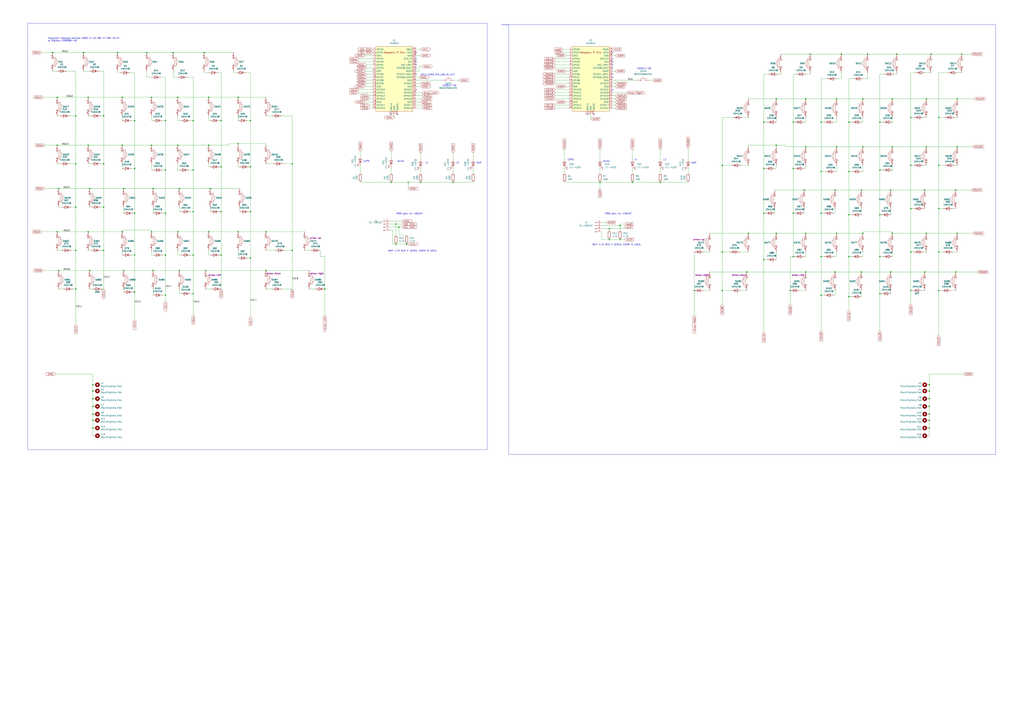
<source format=kicad_sch>
(kicad_sch (version 20230121) (generator eeschema)
  (paper "A1")
  (junction (at 763.27 351.79))
  (junction (at 712.47 44.45))
  (junction (at 697.23 243.84))
  (junction (at 135.89 242.57))
  (junction (at 195.58 80.01))
  (junction (at 125.73 154.94))
  (junction (at 637.54 191.77))
  (junction (at 110.49 209.55))
  (junction (at 637.54 81.28))
  (junction (at 627.38 100.33))
  (junction (at 613.41 223.52))
  (junction (at 722.63 210.82))
  (junction (at 770.89 207.01))
  (junction (at 124.46 80.01))
  (junction (at 732.79 191.77))
  (junction (at 68.58 43.18))
  (junction (at 722.63 176.53))
  (junction (at 760.73 120.65))
  (junction (at 570.23 238.76))
  (junction (at 73.66 222.25))
  (junction (at 748.03 207.01))
  (junction (at 661.67 223.52))
  (junction (at 651.51 210.82))
  (junction (at 674.37 210.82))
  (junction (at 48.26 222.25))
  (junction (at 784.86 223.52))
  (junction (at 770.89 238.76))
  (junction (at 110.49 138.43))
  (junction (at 85.09 170.18))
  (junction (at 158.75 99.06))
  (junction (at 62.23 205.74))
  (junction (at 158.75 241.3))
  (junction (at 181.61 99.06))
  (junction (at 76.2 345.44))
  (junction (at 135.89 175.26))
  (junction (at 593.09 238.76))
  (junction (at 205.74 99.06))
  (junction (at 763.27 345.44))
  (junction (at 722.63 139.7))
  (junction (at 789.94 44.45))
  (junction (at 674.37 140.97))
  (junction (at 760.73 81.28))
  (junction (at 135.89 99.06))
  (junction (at 100.33 119.38))
  (junction (at 72.39 80.01))
  (junction (at 748.03 171.45))
  (junction (at 205.74 137.16))
  (junction (at 101.6 222.25))
  (junction (at 736.6 44.45))
  (junction (at 661.67 120.65))
  (junction (at 142.24 43.18))
  (junction (at 687.07 120.65))
  (junction (at 110.49 175.26))
  (junction (at 593.09 135.89))
  (junction (at 763.27 321.31))
  (junction (at 120.65 43.18))
  (junction (at 345.44 149.86))
  (junction (at 786.13 191.77))
  (junction (at 784.86 156.21))
  (junction (at 171.45 80.01))
  (junction (at 674.37 100.33))
  (junction (at 697.23 140.97))
  (junction (at 627.38 175.26))
  (junction (at 76.2 321.31))
  (junction (at 146.05 80.01))
  (junction (at 519.43 149.86))
  (junction (at 218.44 222.25))
  (junction (at 147.32 154.94))
  (junction (at 85.09 205.74))
  (junction (at 158.75 209.55))
  (junction (at 748.03 135.89))
  (junction (at 62.23 95.25))
  (junction (at 722.63 241.3))
  (junction (at 759.46 223.52))
  (junction (at 110.49 240.03))
  (junction (at 46.99 190.5))
  (junction (at 158.75 173.99))
  (junction (at 147.32 222.25))
  (junction (at 786.13 120.65))
  (junction (at 492.76 149.86))
  (junction (at 62.23 134.62))
  (junction (at 110.49 99.06))
  (junction (at 674.37 175.26))
  (junction (at 708.66 120.65))
  (junction (at 660.4 156.21))
  (junction (at 101.6 154.94))
  (junction (at 372.11 149.86))
  (junction (at 240.03 134.62))
  (junction (at 146.05 119.38))
  (junction (at 748.03 96.52))
  (junction (at 76.2 316.23))
  (junction (at 240.03 205.74))
  (junction (at 697.23 210.82))
  (junction (at 325.12 184.15))
  (junction (at 687.07 191.77))
  (junction (at 73.66 154.94))
  (junction (at 763.27 327.66))
  (junction (at 76.2 351.79))
  (junction (at 651.51 175.26))
  (junction (at 627.38 138.43))
  (junction (at 763.27 316.23))
  (junction (at 731.52 223.52))
  (junction (at 722.63 100.33))
  (junction (at 124.46 190.5))
  (junction (at 637.54 119.38))
  (junction (at 732.79 81.28))
  (junction (at 763.27 334.01))
  (junction (at 707.39 223.52))
  (junction (at 181.61 209.55))
  (junction (at 171.45 119.38))
  (junction (at 661.67 81.28))
  (junction (at 158.75 139.7))
  (junction (at 72.39 190.5))
  (junction (at 665.48 44.45))
  (junction (at 732.79 120.65))
  (junction (at 135.89 209.55))
  (junction (at 195.58 118.11))
  (junction (at 770.89 171.45))
  (junction (at 697.23 100.33))
  (junction (at 661.67 191.77))
  (junction (at 690.88 44.45))
  (junction (at 614.68 191.77))
  (junction (at 731.52 156.21))
  (junction (at 124.46 119.38))
  (junction (at 96.52 43.18))
  (junction (at 181.61 137.16))
  (junction (at 685.8 156.21))
  (junction (at 334.01 200.66))
  (junction (at 542.29 149.86))
  (junction (at 786.13 81.28))
  (junction (at 266.7 237.49))
  (junction (at 509.27 196.85))
  (junction (at 205.74 173.99))
  (junction (at 674.37 242.57))
  (junction (at 770.89 135.89))
  (junction (at 593.09 207.01))
  (junction (at 697.23 176.53))
  (junction (at 325.12 200.66))
  (junction (at 327.66 186.69))
  (junction (at 100.33 80.01))
  (junction (at 167.64 43.18))
  (junction (at 76.2 334.01))
  (junction (at 43.18 43.18))
  (junction (at 76.2 327.66))
  (junction (at 648.97 238.76))
  (junction (at 627.38 213.36))
  (junction (at 335.28 149.86))
  (junction (at 748.03 238.76))
  (junction (at 205.74 212.09))
  (junction (at 46.99 119.38))
  (junction (at 651.51 100.33))
  (junction (at 500.38 196.85))
  (junction (at 181.61 173.99))
  (junction (at 707.39 156.21))
  (junction (at 500.38 187.96))
  (junction (at 76.2 340.36))
  (junction (at 770.89 96.52))
  (junction (at 321.31 149.86))
  (junction (at 509.27 185.42))
  (junction (at 62.23 170.18))
  (junction (at 759.46 156.21))
  (junction (at 72.39 119.38))
  (junction (at 168.91 222.25))
  (junction (at 85.09 134.62))
  (junction (at 763.27 340.36))
  (junction (at 100.33 190.5))
  (junction (at 687.07 81.28))
  (junction (at 171.45 190.5))
  (junction (at 146.05 190.5))
  (junction (at 125.73 222.25))
  (junction (at 708.66 191.77))
  (junction (at 685.8 223.52))
  (junction (at 218.44 190.5))
  (junction (at 172.72 154.94))
  (junction (at 651.51 138.43))
  (junction (at 85.09 95.25))
  (junction (at 760.73 191.77))
  (junction (at 46.99 80.01))
  (junction (at 195.58 190.5))
  (junction (at 764.54 44.45))
  (junction (at 135.89 139.7))
  (junction (at 48.26 154.94))
  (junction (at 62.23 237.49))
  (junction (at 708.66 81.28))
  (no_connect (at 341.63 60.96))
  (no_connect (at 341.63 48.26))
  (no_connect (at 321.31 93.98))
  (no_connect (at 502.92 48.26))
  (no_connect (at 502.92 53.34))
  (no_connect (at 487.68 93.98))
  (no_connect (at 341.63 73.66))
  (no_connect (at 341.63 55.88))
  (no_connect (at 502.92 43.18))
  (no_connect (at 341.63 43.18))
  (no_connect (at 502.92 60.96))
  (no_connect (at 502.92 50.8))
  (no_connect (at 326.39 93.98))
  (no_connect (at 341.63 50.8))
  (no_connect (at 482.6 93.98))
  (no_connect (at 502.92 73.66))
  (no_connect (at 341.63 53.34))
  (no_connect (at 502.92 63.5))
  (no_connect (at 502.92 55.88))
  (wire (pts (xy 678.18 140.97) (xy 674.37 140.97)))
  (wire (pts (xy 142.24 43.18) (xy 120.65 43.18)))
  (wire (pts (xy 100.33 205.74) (xy 100.33 209.55)))
  (wire (pts (xy 687.07 100.33) (xy 684.53 100.33)))
  (wire (pts (xy 652.78 175.26) (xy 651.51 175.26)))
  (polyline (pts (xy 817.88 20.32) (xy 817.88 373.38)))
  (wire (pts (xy 708.66 207.01) (xy 708.66 210.82)))
  (wire (pts (xy 708.66 120.65) (xy 687.07 120.65)))
  (wire (pts (xy 50.8 170.18) (xy 48.26 170.18)))
  (wire (pts (xy 341.63 83.82) (xy 345.44 83.82)))
  (wire (pts (xy 786.13 81.28) (xy 800.1 81.28)))
  (wire (pts (xy 661.67 210.82) (xy 660.4 210.82)))
  (wire (pts (xy 760.73 81.28) (xy 786.13 81.28)))
  (wire (pts (xy 135.89 242.57) (xy 133.35 242.57)))
  (wire (pts (xy 133.35 99.06) (xy 135.89 99.06)))
  (wire (pts (xy 674.37 242.57) (xy 674.37 210.82)))
  (wire (pts (xy 168.91 222.25) (xy 218.44 222.25)))
  (wire (pts (xy 158.75 209.55) (xy 158.75 173.99)))
  (wire (pts (xy 593.09 238.76) (xy 593.09 250.19)))
  (polyline (pts (xy 400.05 19.05) (xy 400.05 369.57)))
  (wire (pts (xy 492.76 149.86) (xy 492.76 154.94)))
  (wire (pts (xy 463.55 123.19) (xy 463.55 130.81)))
  (wire (pts (xy 750.57 207.01) (xy 748.03 207.01)))
  (wire (pts (xy 697.23 243.84) (xy 699.77 243.84)))
  (wire (pts (xy 195.58 205.74) (xy 195.58 212.09)))
  (wire (pts (xy 648.97 238.76) (xy 648.97 250.19)))
  (wire (pts (xy 156.21 209.55) (xy 158.75 209.55)))
  (wire (pts (xy 648.97 210.82) (xy 651.51 210.82)))
  (wire (pts (xy 463.55 138.43) (xy 463.55 142.24)))
  (wire (pts (xy 455.93 48.26) (xy 467.36 48.26)))
  (wire (pts (xy 110.49 209.55) (xy 110.49 175.26)))
  (wire (pts (xy 50.8 205.74) (xy 46.99 205.74)))
  (wire (pts (xy 372.11 149.86) (xy 388.62 149.86)))
  (wire (pts (xy 85.09 170.18) (xy 85.09 205.74)))
  (wire (pts (xy 609.6 96.52) (xy 614.68 96.52)))
  (wire (pts (xy 223.52 95.25) (xy 218.44 95.25)))
  (wire (pts (xy 455.93 60.96) (xy 467.36 60.96)))
  (wire (pts (xy 641.35 44.45) (xy 665.48 44.45)))
  (wire (pts (xy 345.44 149.86) (xy 372.11 149.86)))
  (wire (pts (xy 120.65 63.5) (xy 120.65 58.42)))
  (wire (pts (xy 110.49 240.03) (xy 110.49 209.55)))
  (wire (pts (xy 76.2 316.23) (xy 76.2 307.34)))
  (wire (pts (xy 110.49 175.26) (xy 110.49 138.43)))
  (wire (pts (xy 158.75 99.06) (xy 158.75 63.5)))
  (wire (pts (xy 759.46 223.52) (xy 731.52 223.52)))
  (wire (pts (xy 748.03 59.69) (xy 748.03 96.52)))
  (wire (pts (xy 345.44 142.24) (xy 345.44 138.43)))
  (wire (pts (xy 784.86 223.52) (xy 802.64 223.52)))
  (wire (pts (xy 770.89 135.89) (xy 770.89 96.52)))
  (wire (pts (xy 637.54 81.28) (xy 661.67 81.28)))
  (wire (pts (xy 732.79 96.52) (xy 732.79 100.33)))
  (wire (pts (xy 146.05 99.06) (xy 148.59 99.06)))
  (wire (pts (xy 74.93 170.18) (xy 73.66 170.18)))
  (wire (pts (xy 748.03 207.01) (xy 748.03 238.76)))
  (wire (pts (xy 218.44 222.25) (xy 254 222.25)))
  (wire (pts (xy 463.55 149.86) (xy 492.76 149.86)))
  (wire (pts (xy 494.03 187.96) (xy 500.38 187.96)))
  (wire (pts (xy 577.85 238.76) (xy 582.93 238.76)))
  (wire (pts (xy 494.03 185.42) (xy 509.27 185.42)))
  (wire (pts (xy 661.67 191.77) (xy 637.54 191.77)))
  (polyline (pts (xy 417.83 373.38) (xy 417.83 20.32)))
  (wire (pts (xy 133.35 209.55) (xy 135.89 209.55)))
  (wire (pts (xy 240.03 134.62) (xy 240.03 205.74)))
  (wire (pts (xy 773.43 238.76) (xy 770.89 238.76)))
  (wire (pts (xy 125.73 99.06) (xy 124.46 99.06)))
  (wire (pts (xy 125.73 170.18) (xy 125.73 175.26)))
  (wire (pts (xy 322.58 200.66) (xy 325.12 200.66)))
  (wire (pts (xy 502.92 71.12) (xy 505.46 71.12)))
  (wire (pts (xy 83.82 237.49) (xy 85.09 237.49)))
  (wire (pts (xy 758.19 171.45) (xy 759.46 171.45)))
  (wire (pts (xy 628.65 138.43) (xy 627.38 138.43)))
  (wire (pts (xy 760.73 207.01) (xy 758.19 207.01)))
  (wire (pts (xy 72.39 190.5) (xy 100.33 190.5)))
  (wire (pts (xy 85.09 205.74) (xy 85.09 237.49)))
  (wire (pts (xy 171.45 59.69) (xy 167.64 59.69)))
  (wire (pts (xy 59.69 237.49) (xy 62.23 237.49)))
  (wire (pts (xy 708.66 190.5) (xy 708.66 191.77)))
  (wire (pts (xy 665.48 60.96) (xy 665.48 59.69)))
  (wire (pts (xy 58.42 170.18) (xy 62.23 170.18)))
  (wire (pts (xy 76.2 345.44) (xy 76.2 340.36)))
  (wire (pts (xy 76.2 334.01) (xy 76.2 327.66)))
  (wire (pts (xy 191.77 43.18) (xy 167.64 43.18)))
  (wire (pts (xy 687.07 140.97) (xy 687.07 135.89)))
  (wire (pts (xy 54.61 58.42) (xy 62.23 58.42)))
  (wire (pts (xy 146.05 119.38) (xy 171.45 119.38)))
  (wire (pts (xy 194.31 59.69) (xy 191.77 59.69)))
  (wire (pts (xy 712.47 64.77) (xy 712.47 59.69)))
  (wire (pts (xy 732.79 190.5) (xy 708.66 190.5)))
  (wire (pts (xy 784.86 238.76) (xy 781.05 238.76)))
  (wire (pts (xy 455.93 68.58) (xy 467.36 68.58)))
  (wire (pts (xy 124.46 63.5) (xy 120.65 63.5)))
  (wire (pts (xy 726.44 60.96) (xy 722.63 60.96)))
  (wire (pts (xy 782.32 171.45) (xy 784.86 171.45)))
  (wire (pts (xy 100.33 95.25) (xy 100.33 99.06)))
  (wire (pts (xy 652.78 210.82) (xy 651.51 210.82)))
  (wire (pts (xy 133.35 139.7) (xy 135.89 139.7)))
  (wire (pts (xy 125.73 242.57) (xy 125.73 237.49)))
  (wire (pts (xy 306.07 86.36) (xy 303.53 86.36)))
  (wire (pts (xy 660.4 156.21) (xy 685.8 156.21)))
  (wire (pts (xy 146.05 190.5) (xy 171.45 190.5)))
  (wire (pts (xy 467.36 71.12) (xy 464.82 71.12)))
  (wire (pts (xy 637.54 191.77) (xy 614.68 191.77)))
  (wire (pts (xy 203.2 212.09) (xy 205.74 212.09)))
  (wire (pts (xy 467.36 83.82) (xy 464.82 83.82)))
  (wire (pts (xy 467.36 88.9) (xy 455.93 88.9)))
  (wire (pts (xy 502.92 76.2) (xy 514.35 76.2)))
  (wire (pts (xy 783.59 96.52) (xy 786.13 96.52)))
  (wire (pts (xy 101.6 170.18) (xy 101.6 175.26)))
  (wire (pts (xy 295.91 149.86) (xy 321.31 149.86)))
  (wire (pts (xy 631.19 60.96) (xy 627.38 60.96)))
  (wire (pts (xy 147.32 241.3) (xy 148.59 241.3)))
  (wire (pts (xy 697.23 243.84) (xy 697.23 255.27)))
  (wire (pts (xy 96.52 59.69) (xy 99.06 59.69)))
  (wire (pts (xy 697.23 64.77) (xy 697.23 100.33)))
  (wire (pts (xy 109.22 175.26) (xy 110.49 175.26)))
  (wire (pts (xy 502.92 45.72) (xy 505.46 45.72)))
  (wire (pts (xy 148.59 209.55) (xy 146.05 209.55)))
  (wire (pts (xy 756.92 238.76) (xy 759.46 238.76)))
  (wire (pts (xy 628.65 175.26) (xy 627.38 175.26)))
  (wire (pts (xy 651.51 175.26) (xy 651.51 210.82)))
  (wire (pts (xy 107.95 99.06) (xy 110.49 99.06)))
  (wire (pts (xy 300.99 63.5) (xy 306.07 63.5)))
  (wire (pts (xy 49.53 95.25) (xy 46.99 95.25)))
  (wire (pts (xy 502.92 78.74) (xy 505.46 78.74)))
  (wire (pts (xy 502.92 86.36) (xy 505.46 86.36)))
  (wire (pts (xy 34.29 190.5) (xy 46.99 190.5)))
  (wire (pts (xy 124.46 119.38) (xy 146.05 119.38)))
  (wire (pts (xy 334.01 200.66) (xy 335.28 200.66)))
  (wire (pts (xy 124.46 99.06) (xy 124.46 95.25)))
  (wire (pts (xy 101.6 154.94) (xy 73.66 154.94)))
  (wire (pts (xy 133.35 175.26) (xy 135.89 175.26)))
  (wire (pts (xy 100.33 189.23) (xy 124.46 189.23)))
  (wire (pts (xy 96.52 58.42) (xy 96.52 59.69)))
  (wire (pts (xy 203.2 99.06) (xy 205.74 99.06)))
  (wire (pts (xy 690.88 59.69) (xy 690.88 64.77)))
  (wire (pts (xy 652.78 138.43) (xy 651.51 138.43)))
  (wire (pts (xy 100.33 80.01) (xy 72.39 80.01)))
  (wire (pts (xy 707.39 100.33) (xy 708.66 100.33)))
  (wire (pts (xy 172.72 170.18) (xy 172.72 173.99)))
  (wire (pts (xy 344.17 58.42) (xy 341.63 58.42)))
  (wire (pts (xy 736.6 60.96) (xy 734.06 60.96)))
  (wire (pts (xy 146.05 139.7) (xy 146.05 134.62)))
  (wire (pts (xy 334.01 193.04) (xy 327.66 193.04)))
  (wire (pts (xy 232.41 134.62) (xy 240.03 134.62)))
  (wire (pts (xy 731.52 156.21) (xy 759.46 156.21)))
  (wire (pts (xy 142.24 58.42) (xy 142.24 63.5)))
  (wire (pts (xy 763.27 316.23) (xy 763.27 307.34)))
  (wire (pts (xy 299.72 58.42) (xy 306.07 58.42)))
  (wire (pts (xy 100.33 190.5) (xy 100.33 189.23)))
  (wire (pts (xy 736.6 59.69) (xy 736.6 60.96)))
  (wire (pts (xy 135.89 99.06) (xy 135.89 139.7)))
  (wire (pts (xy 708.66 191.77) (xy 687.07 191.77)))
  (wire (pts (xy 509.27 184.15) (xy 513.08 184.15)))
  (wire (pts (xy 674.37 175.26) (xy 674.37 140.97)))
  (wire (pts (xy 722.63 176.53) (xy 722.63 139.7)))
  (wire (pts (xy 500.38 196.85) (xy 509.27 196.85)))
  (wire (pts (xy 181.61 99.06) (xy 181.61 137.16)))
  (wire (pts (xy 492.76 138.43) (xy 492.76 142.24)))
  (wire (pts (xy 240.03 205.74) (xy 240.03 237.49)))
  (wire (pts (xy 770.89 238.76) (xy 770.89 207.01)))
  (polyline (pts (xy 400.05 369.57) (xy 22.86 369.57)))
  (wire (pts (xy 513.08 186.69) (xy 513.08 187.96)))
  (wire (pts (xy 770.89 238.76) (xy 770.89 275.59)))
  (wire (pts (xy 179.07 59.69) (xy 181.61 59.69)))
  (wire (pts (xy 690.88 64.77) (xy 687.07 64.77)))
  (wire (pts (xy 74.93 95.25) (xy 72.39 95.25)))
  (wire (pts (xy 455.93 78.74) (xy 467.36 78.74)))
  (wire (pts (xy 300.99 68.58) (xy 306.07 68.58)))
  (wire (pts (xy 763.27 334.01) (xy 763.27 327.66)))
  (wire (pts (xy 760.73 191.77) (xy 732.79 191.77)))
  (polyline (pts (xy 817.88 373.38) (xy 417.83 373.38)))
  (wire (pts (xy 637.54 119.38) (xy 637.54 120.65)))
  (wire (pts (xy 76.2 351.79) (xy 76.2 345.44)))
  (wire (pts (xy 674.37 242.57) (xy 674.37 271.78)))
  (wire (pts (xy 240.03 95.25) (xy 240.03 134.62)))
  (wire (pts (xy 699.77 140.97) (xy 697.23 140.97)))
  (wire (pts (xy 462.28 43.18) (xy 467.36 43.18)))
  (wire (pts (xy 494.03 190.5) (xy 494.03 196.85)))
  (wire (pts (xy 732.79 81.28) (xy 760.73 81.28)))
  (wire (pts (xy 707.39 223.52) (xy 685.8 223.52)))
  (wire (pts (xy 629.92 213.36) (xy 627.38 213.36)))
  (wire (pts (xy 708.66 81.28) (xy 732.79 81.28)))
  (wire (pts (xy 135.89 139.7) (xy 135.89 175.26)))
  (wire (pts (xy 226.06 205.74) (xy 218.44 205.74)))
  (wire (pts (xy 502.92 66.04) (xy 523.24 66.04)))
  (wire (pts (xy 109.22 240.03) (xy 110.49 240.03)))
  (wire (pts (xy 629.92 100.33) (xy 627.38 100.33)))
  (wire (pts (xy 708.66 140.97) (xy 707.39 140.97)))
  (wire (pts (xy 57.15 95.25) (xy 62.23 95.25)))
  (wire (pts (xy 542.29 138.43) (xy 542.29 142.24)))
  (wire (pts (xy 763.27 327.66) (xy 763.27 321.31)))
  (wire (pts (xy 723.9 176.53) (xy 722.63 176.53)))
  (wire (pts (xy 306.07 81.28) (xy 303.53 81.28)))
  (wire (pts (xy 218.44 190.5) (xy 250.19 190.5)))
  (wire (pts (xy 660.4 171.45) (xy 660.4 175.26)))
  (wire (pts (xy 195.58 118.11) (xy 218.44 118.11)))
  (wire (pts (xy 722.63 100.33) (xy 722.63 60.96)))
  (wire (pts (xy 156.21 99.06) (xy 158.75 99.06)))
  (wire (pts (xy 701.04 64.77) (xy 697.23 64.77)))
  (wire (pts (xy 46.99 58.42) (xy 43.18 58.42)))
  (wire (pts (xy 335.28 149.86) (xy 335.28 154.94)))
  (wire (pts (xy 167.64 59.69) (xy 167.64 58.42)))
  (wire (pts (xy 158.75 173.99) (xy 158.75 139.7)))
  (wire (pts (xy 171.45 99.06) (xy 171.45 95.25)))
  (wire (pts (xy 153.67 63.5) (xy 158.75 63.5)))
  (wire (pts (xy 500.38 187.96) (xy 500.38 189.23)))
  (wire (pts (xy 636.27 156.21) (xy 660.4 156.21)))
  (wire (pts (xy 775.97 135.89) (xy 770.89 135.89)))
  (wire (pts (xy 321.31 149.86) (xy 335.28 149.86)))
  (wire (pts (xy 608.33 238.76) (xy 613.41 238.76)))
  (wire (pts (xy 782.32 207.01) (xy 786.13 207.01)))
  (wire (pts (xy 294.64 73.66) (xy 306.07 73.66)))
  (wire (pts (xy 107.95 138.43) (xy 110.49 138.43)))
  (wire (pts (xy 100.33 134.62) (xy 100.33 138.43)))
  (wire (pts (xy 147.32 154.94) (xy 125.73 154.94)))
  (wire (pts (xy 665.48 44.45) (xy 690.88 44.45)))
  (wire (pts (xy 651.51 60.96) (xy 651.51 100.33)))
  (wire (pts (xy 509.27 189.23) (xy 509.27 185.42)))
  (wire (pts (xy 172.72 99.06) (xy 171.45 99.06)))
  (wire (pts (xy 306.07 88.9) (xy 303.53 88.9)))
  (wire (pts (xy 262.89 210.82) (xy 262.89 205.74)))
  (wire (pts (xy 43.18 43.18) (xy 68.58 43.18)))
  (wire (pts (xy 107.95 209.55) (xy 110.49 209.55)))
  (wire (pts (xy 341.63 40.64) (xy 345.44 40.64)))
  (wire (pts (xy 320.04 186.69) (xy 327.66 186.69)))
  (wire (pts (xy 135.89 63.5) (xy 135.89 99.06)))
  (wire (pts (xy 196.85 170.18) (xy 196.85 173.99)))
  (wire (pts (xy 654.05 60.96) (xy 651.51 60.96)))
  (wire (pts (xy 46.99 119.38) (xy 36.83 119.38)))
  (wire (pts (xy 758.19 96.52) (xy 760.73 96.52)))
  (wire (pts (xy 341.63 76.2) (xy 346.71 76.2)))
  (wire (pts (xy 467.36 58.42) (xy 464.82 58.42)))
  (polyline (pts (xy 22.86 19.05) (xy 22.86 369.57)))
  (wire (pts (xy 565.15 121.92) (xy 565.15 130.81)))
  (wire (pts (xy 731.52 171.45) (xy 731.52 176.53)))
  (wire (pts (xy 106.68 59.69) (xy 110.49 59.69)))
  (wire (pts (xy 627.38 100.33) (xy 627.38 60.96)))
  (wire (pts (xy 661.67 60.96) (xy 665.48 60.96)))
  (wire (pts (xy 82.55 95.25) (xy 85.09 95.25)))
  (wire (pts (xy 614.68 119.38) (xy 614.68 120.65)))
  (wire (pts (xy 124.46 209.55) (xy 125.73 209.55)))
  (wire (pts (xy 195.58 118.11) (xy 195.58 119.38)))
  (wire (pts (xy 346.71 81.28) (xy 341.63 81.28)))
  (wire (pts (xy 300.99 66.04) (xy 306.07 66.04)))
  (wire (pts (xy 146.05 95.25) (xy 146.05 99.06)))
  (wire (pts (xy 656.59 238.76) (xy 661.67 238.76)))
  (wire (pts (xy 74.93 134.62) (xy 72.39 134.62)))
  (wire (pts (xy 158.75 259.08) (xy 158.75 241.3)))
  (wire (pts (xy 171.45 119.38) (xy 187.96 119.38)))
  (wire (pts (xy 607.06 207.01) (xy 614.68 207.01)))
  (wire (pts (xy 685.8 242.57) (xy 684.53 242.57)))
  (wire (pts (xy 195.58 95.25) (xy 195.58 99.06)))
  (wire (pts (xy 299.72 45.72) (xy 306.07 45.72)))
  (wire (pts (xy 388.62 142.24) (xy 388.62 138.43)))
  (wire (pts (xy 76.2 321.31) (xy 76.2 316.23)))
  (wire (pts (xy 608.33 135.89) (xy 614.68 135.89)))
  (wire (pts (xy 46.99 119.38) (xy 72.39 119.38)))
  (wire (pts (xy 722.63 139.7) (xy 722.63 100.33)))
  (wire (pts (xy 344.17 54.61) (xy 344.17 58.42)))
  (wire (pts (xy 763.27 321.31) (xy 763.27 316.23)))
  (wire (pts (xy 266.7 210.82) (xy 266.7 237.49)))
  (wire (pts (xy 775.97 96.52) (xy 770.89 96.52)))
  (wire (pts (xy 327.66 186.69) (xy 330.2 186.69)))
  (wire (pts (xy 455.93 73.66) (xy 467.36 73.66)))
  (wire (pts (xy 320.04 184.15) (xy 325.12 184.15)))
  (wire (pts (xy 223.52 237.49) (xy 218.44 237.49)))
  (wire (pts (xy 187.96 118.11) (xy 195.58 118.11)))
  (wire (pts (xy 627.38 213.36) (xy 627.38 273.05)))
  (wire (pts (xy 135.89 247.65) (xy 135.89 242.57)))
  (wire (pts (xy 750.57 135.89) (xy 748.03 135.89)))
  (wire (pts (xy 205.74 137.16) (xy 205.74 99.06)))
  (wire (pts (xy 770.89 96.52) (xy 770.89 59.69)))
  (wire (pts (xy 81.28 58.42) (xy 85.09 58.42)))
  (wire (pts (xy 100.33 119.38) (xy 124.46 119.38)))
  (wire (pts (xy 674.37 100.33) (xy 674.37 64.77)))
  (wire (pts (xy 786.13 59.69) (xy 789.94 59.69)))
  (wire (pts (xy 731.52 238.76) (xy 731.52 241.3)))
  (wire (pts (xy 181.61 59.69) (xy 181.61 99.06)))
  (wire (pts (xy 205.74 173.99) (xy 205.74 137.16)))
  (wire (pts (xy 791.21 307.34) (xy 763.27 307.34)))
  (wire (pts (xy 485.14 93.98) (xy 485.14 97.79)))
  (wire (pts (xy 687.07 120.65) (xy 661.67 120.65)))
  (wire (pts (xy 346.71 86.36) (xy 341.63 86.36)))
  (wire (pts (xy 180.34 173.99) (xy 181.61 173.99)))
  (wire (pts (xy 294.64 50.8) (xy 306.07 50.8)))
  (wire (pts (xy 295.91 128.27) (xy 295.91 124.46)))
  (wire (pts (xy 502.92 81.28) (xy 505.46 81.28)))
  (wire (pts (xy 48.26 222.25) (xy 73.66 222.25)))
  (wire (pts (xy 345.44 45.72) (xy 341.63 45.72)))
  (wire (pts (xy 341.63 78.74) (xy 346.71 78.74)))
  (wire (pts (xy 763.27 358.14) (xy 763.27 351.79)))
  (wire (pts (xy 570.23 207.01) (xy 570.23 238.76)))
  (wire (pts (xy 732.79 191.77) (xy 732.79 190.5)))
  (wire (pts (xy 637.54 96.52) (xy 637.54 100.33)))
  (wire (pts (xy 759.46 59.69) (xy 764.54 59.69)))
  (wire (pts (xy 172.72 154.94) (xy 147.32 154.94)))
  (wire (pts (xy 171.45 190.5) (xy 195.58 190.5)))
  (wire (pts (xy 171.45 205.74) (xy 171.45 209.55)))
  (wire (pts (xy 685.8 175.26) (xy 684.53 175.26)))
  (wire (pts (xy 637.54 207.01) (xy 637.54 213.36)))
  (wire (pts (xy 708.66 64.77) (xy 712.47 64.77)))
  (wire (pts (xy 467.36 76.2) (xy 455.93 76.2)))
  (wire (pts (xy 195.58 80.01) (xy 171.45 80.01)))
  (wire (pts (xy 135.89 209.55) (xy 135.89 242.57)))
  (wire (pts (xy 231.14 237.49) (xy 240.03 237.49)))
  (wire (pts (xy 748.03 171.45) (xy 748.03 207.01)))
  (wire (pts (xy 467.36 45.72) (xy 464.82 45.72)))
  (wire (pts (xy 685.8 238.76) (xy 685.8 242.57)))
  (wire (pts (xy 204.47 137.16) (xy 205.74 137.16)))
  (wire (pts (xy 750.57 96.52) (xy 748.03 96.52)))
  (wire (pts (xy 124.46 205.74) (xy 124.46 209.55)))
  (wire (pts (xy 110.49 262.89) (xy 110.49 240.03)))
  (wire (pts (xy 462.28 40.64) (xy 467.36 40.64)))
  (wire (pts (xy 320.04 189.23) (xy 322.58 189.23)))
  (wire (pts (xy 325.12 184.15) (xy 325.12 193.04)))
  (wire (pts (xy 542.29 123.19) (xy 542.29 130.81)))
  (wire (pts (xy 707.39 156.21) (xy 731.52 156.21)))
  (wire (pts (xy 57.15 134.62) (xy 62.23 134.62)))
  (wire (pts (xy 760.73 120.65) (xy 732.79 120.65)))
  (wire (pts (xy 687.07 96.52) (xy 687.07 100.33)))
  (wire (pts (xy 341.63 63.5) (xy 344.17 63.5)))
  (wire (pts (xy 651.51 100.33) (xy 651.51 138.43)))
  (wire (pts (xy 467.36 53.34) (xy 455.93 53.34)))
  (wire (pts (xy 294.64 76.2) (xy 306.07 76.2)))
  (wire (pts (xy 146.05 80.01) (xy 124.46 80.01)))
  (wire (pts (xy 205.74 260.35) (xy 205.74 212.09)))
  (wire (pts (xy 124.46 80.01) (xy 100.33 80.01)))
  (wire (pts (xy 58.42 205.74) (xy 62.23 205.74)))
  (wire (pts (xy 73.66 58.42) (xy 68.58 58.42)))
  (wire (pts (xy 708.66 135.89) (xy 708.66 140.97)))
  (wire (pts (xy 377.19 66.04) (xy 373.38 66.04)))
  (wire (pts (xy 205.74 212.09) (xy 205.74 173.99)))
  (wire (pts (xy 62.23 237.49) (xy 62.23 205.74)))
  (wire (pts (xy 195.58 190.5) (xy 218.44 190.5)))
  (wire (pts (xy 262.89 210.82) (xy 266.7 210.82)))
  (wire (pts (xy 125.73 222.25) (xy 147.32 222.25)))
  (wire (pts (xy 147.32 170.18) (xy 147.32 173.99)))
  (wire (pts (xy 519.43 123.19) (xy 519.43 130.81)))
  (wire (pts (xy 388.62 130.81) (xy 388.62 125.73)))
  (wire (pts (xy 72.39 205.74) (xy 74.93 205.74)))
  (wire (pts (xy 674.37 140.97) (xy 674.37 100.33)))
  (wire (pts (xy 345.44 149.86) (xy 335.28 149.86)))
  (wire (pts (xy 82.55 134.62) (xy 85.09 134.62)))
  (wire (pts (xy 62.23 170.18) (xy 62.23 134.62)))
  (wire (pts (xy 306.07 48.26) (xy 294.64 48.26)))
  (wire (pts (xy 168.91 222.25) (xy 147.32 222.25)))
  (wire (pts (xy 146.05 209.55) (xy 146.05 205.74)))
  (wire (pts (xy 676.91 210.82) (xy 674.37 210.82)))
  (wire (pts (xy 323.85 93.98) (xy 323.85 96.52)))
  (wire (pts (xy 147.32 173.99) (xy 148.59 173.99)))
  (wire (pts (xy 101.6 237.49) (xy 101.6 240.03)))
  (wire (pts (xy 48.26 154.94) (xy 36.83 154.94)))
  (wire (pts (xy 171.45 137.16) (xy 171.45 134.62)))
  (wire (pts (xy 48.26 222.25) (xy 35.56 222.25)))
  (wire (pts (xy 758.19 135.89) (xy 760.73 135.89)))
  (wire (pts (xy 325.12 200.66) (xy 334.01 200.66)))
  (wire (pts (xy 172.72 137.16) (xy 171.45 137.16)))
  (wire (pts (xy 299.72 83.82) (xy 306.07 83.82)))
  (wire (pts (xy 661.67 138.43) (xy 661.67 135.89)))
  (wire (pts (xy 341.63 68.58) (xy 345.44 68.58)))
  (wire (pts (xy 684.53 210.82) (xy 687.07 210.82)))
  (wire (pts (xy 648.97 210.82) (xy 648.97 238.76)))
  (wire (pts (xy 295.91 142.24) (xy 295.91 135.89)))
  (wire (pts (xy 196.85 137.16) (xy 195.58 137.16)))
  (wire (pts (xy 156.21 173.99) (xy 158.75 173.99)))
  (wire (pts (xy 770.89 207.01) (xy 770.89 171.45)))
  (wire (pts (xy 712.47 44.45) (xy 736.6 44.45)))
  (wire (pts (xy 173.99 237.49) (xy 168.91 237.49)))
  (wire (pts (xy 763.27 334.01) (xy 763.27 340.36)))
  (wire (pts (xy 167.64 43.18) (xy 142.24 43.18)))
  (wire (pts (xy 509.27 185.42) (xy 509.27 184.15)))
  (wire (pts (xy 638.81 60.96) (xy 641.35 60.96)))
  (wire (pts (xy 764.54 44.45) (xy 736.6 44.45)))
  (wire (pts (xy 147.32 139.7) (xy 146.05 139.7)))
  (wire (pts (xy 687.07 81.28) (xy 708.66 81.28)))
  (wire (pts (xy 707.39 171.45) (xy 707.39 176.53)))
  (wire (pts (xy 467.36 81.28) (xy 455.93 81.28)))
  (wire (pts (xy 110.49 99.06) (xy 110.49 59.69)))
  (wire (pts (xy 509.27 196.85) (xy 513.08 196.85)))
  (wire (pts (xy 85.09 134.62) (xy 85.09 170.18)))
  (wire (pts (xy 500.38 187.96) (xy 513.08 187.96)))
  (wire (pts (xy 661.67 81.28) (xy 687.07 81.28)))
  (wire (pts (xy 124.46 134.62) (xy 124.46 139.7)))
  (wire (pts (xy 76.2 358.14) (xy 76.2 351.79)))
  (wire (pts (xy 255.27 205.74) (xy 250.19 205.74)))
  (wire (pts (xy 759.46 156.21) (xy 784.86 156.21)))
  (wire (pts (xy 300.99 60.96) (xy 306.07 60.96)))
  (wire (pts (xy 725.17 139.7) (xy 722.63 139.7)))
  (wire (pts (xy 593.09 135.89) (xy 593.09 207.01)))
  (wire (pts (xy 171.45 209.55) (xy 172.72 209.55)))
  (wire (pts (xy 76.2 334.01) (xy 76.2 340.36)))
  (wire (pts (xy 62.23 95.25) (xy 62.23 58.42)))
  (wire (pts (xy 321.31 137.16) (xy 321.31 142.24)))
  (wire (pts (xy 599.44 207.01) (xy 593.09 207.01)))
  (wire (pts (xy 467.36 66.04) (xy 455.93 66.04)))
  (wire (pts (xy 341.63 66.04) (xy 363.22 66.04)))
  (wire (pts (xy 697.23 100.33) (xy 697.23 140.97)))
  (wire (pts (xy 699.77 176.53) (xy 697.23 176.53)))
  (wire (pts (xy 676.91 100.33) (xy 674.37 100.33)))
  (wire (pts (xy 73.66 154.94) (xy 48.26 154.94)))
  (wire (pts (xy 637.54 138.43) (xy 637.54 135.89)))
  (wire (pts (xy 570.23 238.76) (xy 570.23 259.08)))
  (wire (pts (xy 147.32 237.49) (xy 147.32 241.3)))
  (wire (pts (xy 125.73 154.94) (xy 101.6 154.94)))
  (wire (pts (xy 49.53 134.62) (xy 46.99 134.62)))
  (wire (pts (xy 519.43 138.43) (xy 519.43 142.24)))
  (wire (pts (xy 372.11 130.81) (xy 372.11 125.73)))
  (wire (pts (xy 322.58 189.23) (xy 322.58 200.66)))
  (wire (pts (xy 82.55 205.74) (xy 85.09 205.74)))
  (wire (pts (xy 565.15 142.24) (xy 565.15 138.43)))
  (wire (pts (xy 732.79 120.65) (xy 708.66 120.65)))
  (wire (pts (xy 45.72 307.34) (xy 76.2 307.34)))
  (wire (pts (xy 774.7 207.01) (xy 770.89 207.01)))
  (wire (pts (xy 201.93 59.69) (xy 205.74 59.69)))
  (wire (pts (xy 685.8 156.21) (xy 707.39 156.21)))
  (wire (pts (xy 306.07 55.88) (xy 300.99 55.88)))
  (wire (pts (xy 180.34 137.16) (xy 181.61 137.16)))
  (wire (pts (xy 306.07 78.74) (xy 303.53 78.74)))
  (wire (pts (xy 679.45 64.77) (xy 674.37 64.77)))
  (wire (pts (xy 699.77 100.33) (xy 697.23 100.33)))
  (wire (pts (xy 749.3 238.76) (xy 748.03 238.76)))
  (wire (pts (xy 180.34 209.55) (xy 181.61 209.55)))
  (wire (pts (xy 645.16 119.38) (xy 637.54 119.38)))
  (wire (pts (xy 748.03 135.89) (xy 748.03 171.45)))
  (wire (pts (xy 492.76 149.86) (xy 519.43 149.86)))
  (wire (pts (xy 494.03 196.85) (xy 500.38 196.85)))
  (wire (pts (xy 593.09 238.76) (xy 593.09 207.01)))
  (wire (pts (xy 181.61 209.55) (xy 181.61 237.49)))
  (wire (pts (xy 732.79 135.89) (xy 732.79 139.7)))
  (wire (pts (xy 502.92 68.58) (xy 505.46 68.58)))
  (wire (pts (xy 180.34 99.06) (xy 181.61 99.06)))
  (wire (pts (xy 685.8 140.97) (xy 687.07 140.97)))
  (wire (pts (xy 158.75 241.3) (xy 158.75 209.55)))
  (wire (pts (xy 636.27 138.43) (xy 637.54 138.43)))
  (wire (pts (xy 156.21 241.3) (xy 158.75 241.3)))
  (wire (pts (xy 72.39 80.01) (xy 46.99 80.01)))
  (wire (pts (xy 627.38 138.43) (xy 627.38 100.33)))
  (wire (pts (xy 72.39 119.38) (xy 100.33 119.38)))
  (wire (pts (xy 325.12 184.15) (xy 330.2 184.15)))
  (wire (pts (xy 266.7 237.49) (xy 266.7 259.08)))
  (wire (pts (xy 85.09 58.42) (xy 85.09 95.25)))
  (wire (pts (xy 171.45 80.01) (xy 146.05 80.01)))
  (wire (pts (xy 346.71 54.61) (xy 344.17 54.61)))
  (wire (pts (xy 76.2 237.49) (xy 73.66 237.49)))
  (wire (pts (xy 124.46 139.7) (xy 125.73 139.7)))
  (wire (pts (xy 85.09 95.25) (xy 85.09 134.62)))
  (wire (pts (xy 467.36 63.5) (xy 455.93 63.5)))
  (wire (pts (xy 661.67 120.65) (xy 645.16 120.65)))
  (wire (pts (xy 708.66 100.33) (xy 708.66 96.52)))
  (wire (pts (xy 320.04 181.61) (xy 330.2 181.61)))
  (wire (pts (xy 784.86 156.21) (xy 797.56 156.21)))
  (wire (pts (xy 784.86 223.52) (xy 759.46 223.52)))
  (wire (pts (xy 748.03 238.76) (xy 748.03 250.19)))
  (wire (pts (xy 786.13 120.65) (xy 760.73 120.65)))
  (wire (pts (xy 674.37 210.82) (xy 674.37 175.26)))
  (wire (pts (xy 577.85 207.01) (xy 582.93 207.01)))
  (wire (pts (xy 259.08 237.49) (xy 254 237.49)))
  (wire (pts (xy 697.23 140.97) (xy 697.23 176.53)))
  (wire (pts (xy 205.74 99.06) (xy 205.74 59.69)))
  (wire (pts (xy 786.13 120.65) (xy 798.83 120.65)))
  (wire (pts (xy 101.6 222.25) (xy 125.73 222.25)))
  (wire (pts (xy 299.72 71.12) (xy 306.07 71.12)))
  (wire (pts (xy 142.24 63.5) (xy 146.05 63.5)))
  (wire (pts (xy 731.52 223.52) (xy 707.39 223.52)))
  (wire (pts (xy 770.89 171.45) (xy 770.89 135.89)))
  (wire (pts (xy 181.61 173.99) (xy 181.61 209.55)))
  (polyline (pts (xy 22.86 19.05) (xy 400.05 19.05)))
  (wire (pts (xy 697.23 176.53) (xy 697.23 210.82)))
  (wire (pts (xy 627.38 175.26) (xy 627.38 138.43)))
  (wire (pts (xy 722.63 241.3) (xy 722.63 210.82)))
  (wire (pts (xy 48.26 237.49) (xy 52.07 237.49)))
  (wire (pts (xy 690.88 44.45) (xy 712.47 44.45)))
  (wire (pts (xy 751.84 59.69) (xy 748.03 59.69)))
  (wire (pts (xy 231.14 95.25) (xy 240.03 95.25)))
  (wire (pts (xy 455.93 55.88) (xy 467.36 55.88)))
  (wire (pts (xy 593.09 96.52) (xy 593.09 135.89)))
  (wire (pts (xy 195.58 137.16) (xy 195.58 134.62)))
  (wire (pts (xy 652.78 100.33) (xy 651.51 100.33)))
  (wire (pts (xy 750.57 171.45) (xy 748.03 171.45)))
  (wire (pts (xy 636.27 171.45) (xy 636.27 175.26)))
  (wire (pts (xy 600.71 238.76) (xy 593.09 238.76)))
  (wire (pts (xy 637.54 119.38) (xy 614.68 119.38)))
  (wire (pts (xy 660.4 100.33) (xy 661.67 100.33)))
  (wire (pts (xy 732.79 207.01) (xy 732.79 210.82)))
  (wire (pts (xy 725.17 100.33) (xy 722.63 100.33)))
  (polyline (pts (xy 412.75 20.32) (xy 417.83 20.32)))
  (wire (pts (xy 467.36 50.8) (xy 455.93 50.8)))
  (wire (pts (xy 46.99 80.01) (xy 35.56 80.01)))
  (wire (pts (xy 722.63 241.3) (xy 722.63 271.78)))
  (wire (pts (xy 300.99 53.34) (xy 306.07 53.34)))
  (wire (pts (xy 786.13 191.77) (xy 760.73 191.77)))
  (wire (pts (xy 218.44 118.11) (xy 218.44 119.38)))
  (wire (pts (xy 372.11 142.24) (xy 372.11 138.43)))
  (wire (pts (xy 341.63 71.12) (xy 345.44 71.12)))
  (wire (pts (xy 676.91 242.57) (xy 674.37 242.57)))
  (wire (pts (xy 76.2 327.66) (xy 76.2 321.31)))
  (wire (pts (xy 124.46 190.5) (xy 146.05 190.5)))
  (polyline (pts (xy 411.48 20.32) (xy 817.88 20.32)))
  (wire (pts (xy 614.68 81.28) (xy 637.54 81.28)))
  (wire (pts (xy 62.23 134.62) (xy 62.23 95.25)))
  (wire (pts (xy 218.44 80.01) (xy 195.58 80.01)))
  (wire (pts (xy 132.08 63.5) (xy 135.89 63.5)))
  (wire (pts (xy 124.46 189.23) (xy 124.46 190.5)))
  (wire (pts (xy 455.93 86.36) (xy 467.36 86.36)))
  (wire (pts (xy 519.43 149.86) (xy 542.29 149.86)))
  (wire (pts (xy 582.93 191.77) (xy 614.68 191.77)))
  (wire (pts (xy 789.94 44.45) (xy 764.54 44.45)))
  (wire (pts (xy 502.92 83.82) (xy 505.46 83.82)))
  (wire (pts (xy 687.07 191.77) (xy 661.67 191.77)))
  (wire (pts (xy 600.71 135.89) (xy 593.09 135.89)))
  (wire (pts (xy 196.85 154.94) (xy 172.72 154.94)))
  (wire (pts (xy 707.39 243.84) (xy 707.39 238.76)))
  (wire (pts (xy 641.35 60.96) (xy 641.35 59.69)))
  (wire (pts (xy 82.55 170.18) (xy 85.09 170.18)))
  (wire (pts (xy 627.38 213.36) (xy 627.38 175.26)))
  (wire (pts (xy 43.18 43.18) (xy 34.29 43.18)))
  (wire (pts (xy 676.91 175.26) (xy 674.37 175.26)))
  (wire (pts (xy 774.7 171.45) (xy 770.89 171.45)))
  (wire (pts (xy 748.03 96.52) (xy 748.03 135.89)))
  (wire (pts (xy 497.84 182.88) (xy 494.03 182.88)))
  (wire (pts (xy 502.92 58.42) (xy 505.46 58.42)))
  (wire (pts (xy 708.66 210.82) (xy 707.39 210.82)))
  (wire (pts (xy 722.63 210.82) (xy 722.63 176.53)))
  (wire (pts (xy 783.59 135.89) (xy 786.13 135.89)))
  (wire (pts (xy 46.99 190.5) (xy 72.39 190.5)))
  (wire (pts (xy 135.89 175.26) (xy 135.89 209.55)))
  (wire (pts (xy 778.51 59.69) (xy 770.89 59.69)))
  (wire (pts (xy 204.47 173.99) (xy 205.74 173.99)))
  (wire (pts (xy 725.17 210.82) (xy 722.63 210.82)))
  (wire (pts (xy 763.27 345.44) (xy 763.27 340.36)))
  (wire (pts (xy 697.23 210.82) (xy 697.23 243.84)))
  (wire (pts (xy 763.27 351.79) (xy 763.27 345.44)))
  (wire (pts (xy 798.83 191.77) (xy 786.13 191.77)))
  (wire (pts (xy 661.67 100.33) (xy 661.67 96.52)))
  (wire (pts (xy 661.67 207.01) (xy 661.67 210.82)))
  (wire (pts (xy 68.58 43.18) (xy 96.52 43.18)))
  (wire (pts (xy 645.16 120.65) (xy 645.16 119.38)))
  (wire (pts (xy 110.49 138.43) (xy 110.49 99.06)))
  (wire (pts (xy 191.77 59.69) (xy 191.77 58.42)))
  (wire (pts (xy 660.4 138.43) (xy 661.67 138.43)))
  (wire (pts (xy 158.75 139.7) (xy 158.75 99.06)))
  (wire (pts (xy 62.23 205.74) (xy 62.23 170.18)))
  (wire (pts (xy 613.41 223.52) (xy 661.67 223.52)))
  (wire (pts (xy 502.92 88.9) (xy 505.46 88.9)))
  (wire (pts (xy 73.66 222.25) (xy 101.6 222.25)))
  (wire (pts (xy 327.66 186.69) (xy 327.66 193.04)))
  (wire (pts (xy 687.07 210.82) (xy 687.07 207.01)))
  (wire (pts (xy 492.76 123.19) (xy 492.76 130.81)))
  (wire (pts (xy 613.41 223.52) (xy 582.93 223.52)))
  (wire (pts (xy 233.68 205.74) (xy 240.03 205.74)))
  (wire (pts (xy 321.31 124.46) (xy 321.31 129.54)))
  (wire (pts (xy 685.8 171.45) (xy 685.8 175.26)))
  (wire (pts (xy 224.79 134.62) (xy 218.44 134.62)))
  (wire (pts (xy 62.23 237.49) (xy 62.23 266.7)))
  (wire (pts (xy 661.67 223.52) (xy 685.8 223.52)))
  (wire (pts (xy 601.98 96.52) (xy 593.09 96.52)))
  (wire (pts (xy 345.44 130.81) (xy 345.44 125.73)))
  (wire (pts (xy 341.63 88.9) (xy 346.71 88.9)))
  (wire (pts (xy 181.61 137.16) (xy 181.61 173.99)))
  (wire (pts (xy 533.4 66.04) (xy 535.94 66.04)))
  (wire (pts (xy 723.9 241.3) (xy 722.63 241.3)))
  (wire (pts (xy 154.94 139.7) (xy 158.75 139.7)))
  (wire (pts (xy 542.29 149.86) (xy 565.15 149.86)))
  (wire (pts (xy 651.51 138.43) (xy 651.51 175.26)))
  (wire (pts (xy 120.65 43.18) (xy 96.52 43.18)))
  (wire (pts (xy 187.96 119.38) (xy 187.96 118.11)))
  (wire (pts (xy 789.94 44.45) (xy 797.56 44.45)))
  (wire (pts (xy 699.77 210.82) (xy 697.23 210.82)))
  (text "EG2614-ND" (at 363.22 71.12 0) (effects (font (size 1.27 1.27)) (justify left bottom)))
  (text "Keyswitch Hotswap sockets: 0305-2-15-80-47-80-10-0\nor Digikey: ED90584-ND" (at 39.37 34.29 0) (effects (font (size 1.27 1.27)) (justify left bottom)))
  (text "CAPS" (at 298.45 133.35 0) (effects (font (size 1.27 1.27)) (justify left bottom)))
  (text "Scroll" (at 326.39 133.35 0) (effects (font (size 1.27 1.27)) (justify left bottom)))
  (text "CAPS" (at 466.09 132.08 0) (effects (font (size 1.27 1.27)) (justify left bottom)))
  (text "OMIT 4.7K RES IF SERIAL COMM IS USED." (at 486.41 201.93 0) (effects (font (size 1.27 1.27)) (justify left bottom)))
  (text "L1 \n" (at 520.7 132.08 0) (effects (font (size 1.27 1.27)) (justify left bottom)))
  (text "L2" (at 374.65 134.62 0) (effects (font (size 1.27 1.27)) (justify left bottom)))
  (text "L1 \n" (at 349.25 134.62 0) (effects (font (size 1.27 1.27)) (justify left bottom)))
  (text "Scroll" (at 495.3 133.35 0) (effects (font (size 1.27 1.27)) (justify left bottom)))
  (text "EG2614-ND" (at 523.24 57.15 0) (effects (font (size 1.27 1.27)) (justify left bottom)))
  (text "SPLIT_HAND_PIN_LOW_IS_LEFT" (at 345.44 62.23 0) (effects (font (size 1.27 1.27)) (justify left bottom)))
  (text "NUM" (at 391.16 134.62 0) (effects (font (size 1.27 1.27)) (justify left bottom)))
  (text "TRRS jack, SJ-435107" (at 496.57 176.53 0) (effects (font (size 1.27 1.27)) (justify left bottom)))
  (text "OMIT 4.7K RES IF SERIAL COMM IS USED." (at 318.77 207.01 0) (effects (font (size 1.27 1.27)) (justify left bottom)))
  (text "NUM" (at 567.69 134.62 0) (effects (font (size 1.27 1.27)) (justify left bottom)))
  (text "TRRS jack, SJ-435107" (at 325.12 176.53 0) (effects (font (size 1.27 1.27)) (justify left bottom)))
  (text "L2" (at 544.83 132.08 0) (effects (font (size 1.27 1.27)) (justify left bottom)))
  (label "ROW4" (at 52.07 154.94 0))
  (label "COL3" (at 110.49 248.92 0))
  (label "ROW3" (at 50.8 119.38 0))
  (label "ROW2" (at 54.61 80.01 0))
  (label "COL4" (at 135.89 236.22 0))
  (label "ROW1" (at 50.8 43.18 0))
  (label "COL5" (at 158.75 248.92 0))
  (label "COL7" (at 205.74 247.65 0))
  (label "ROW6" (at 52.07 222.25 0))
  (label "COL1" (at 62.23 252.73 0))
  (label "COL8" (at 240.03 229.87 0))
  (label "RUN" (at 515.62 66.04 0))
  (label "ROW5" (at 52.07 190.5 0))
  (label "COL2" (at 85.09 228.6 0))
  (global_label "ROW4R" (shape bidirectional) (at 455.93 63.5 180) (property "Intersheetrefs" "${INTERSHEET_REFS}" (effects hide)))
  (global_label "GNDR" (shape input) (at 464.82 58.42 180) (property "Intersheetrefs" "${INTERSHEET_REFS}" (effects hide)))
  (global_label "COL4" (shape bidirectional) (at 135.89 247.65 270) (property "Intersheetrefs" "${INTERSHEET_REFS}" (effects hide)))
  (global_label "ROW6R" (shape bidirectional) (at 455.93 68.58 180) (property "Intersheetrefs" "${INTERSHEET_REFS}" (effects hide)))
  (global_label "GNDL" (shape bidirectional) (at 335.28 154.94 0) (property "Intersheetrefs" "${INTERSHEET_REFS}" (effects hide)))
  (global_label "GNDL" (shape bidirectional) (at 299.72 71.12 180) (property "Intersheetrefs" "${INTERSHEET_REFS}" (effects hide)))
  (global_label "COL8" (shape input) (at 240.03 237.49 270) (property "Intersheetrefs" "${INTERSHEET_REFS}" (effects hide)))
  (global_label "PWM2" (shape input) (at 346.71 86.36 0) (property "Intersheetrefs" "${INTERSHEET_REFS}" (effects hide)))
  (global_label "COL2R" (shape input) (at 748.03 250.19 270) (property "Intersheetrefs" "${INTERSHEET_REFS}" (effects hide)))
  (global_label "GNDR" (shape input) (at 505.46 58.42 0) (property "Intersheetrefs" "${INTERSHEET_REFS}" (effects hide)))
  (global_label "GNDR" (shape input) (at 464.82 45.72 180) (property "Intersheetrefs" "${INTERSHEET_REFS}" (effects hide)))
  (global_label "PWM5" (shape input) (at 388.62 125.73 90) (property "Intersheetrefs" "${INTERSHEET_REFS}" (effects hide)))
  (global_label "PWM4" (shape input) (at 346.71 78.74 0) (property "Intersheetrefs" "${INTERSHEET_REFS}" (effects hide)))
  (global_label "GNDR" (shape input) (at 485.14 97.79 0) (property "Intersheetrefs" "${INTERSHEET_REFS}" (effects hide)))
  (global_label "VCCR" (shape input) (at 502.92 40.64 0) (property "Intersheetrefs" "${INTERSHEET_REFS}" (effects hide)))
  (global_label "COL1R" (shape input) (at 770.89 275.59 270) (property "Intersheetrefs" "${INTERSHEET_REFS}" (effects hide)))
  (global_label "VCCL" (shape bidirectional) (at 335.28 200.66 0) (property "Intersheetrefs" "${INTERSHEET_REFS}" (effects hide)))
  (global_label "sdaR" (shape input) (at 462.28 40.64 180) (property "Intersheetrefs" "${INTERSHEET_REFS}" (effects hide)))
  (global_label "COL5R" (shape input) (at 674.37 271.78 270) (property "Intersheetrefs" "${INTERSHEET_REFS}" (effects hide)))
  (global_label "ROW1" (shape input) (at 34.29 43.18 180) (property "Intersheetrefs" "${INTERSHEET_REFS}" (effects hide)))
  (global_label "SDA I2C0" (shape bidirectional) (at 330.2 184.15 0) (property "Intersheetrefs" "${INTERSHEET_REFS}" (effects hide)))
  (global_label "COL3" (shape input) (at 294.64 73.66 180) (property "Intersheetrefs" "${INTERSHEET_REFS}" (effects hide)))
  (global_label "GNDL" (shape bidirectional) (at 299.72 83.82 180) (property "Intersheetrefs" "${INTERSHEET_REFS}" (effects hide)))
  (global_label "GNDR" (shape input) (at 464.82 71.12 180) (property "Intersheetrefs" "${INTERSHEET_REFS}" (effects hide)))
  (global_label "PWM1R" (shape input) (at 542.29 123.19 90) (property "Intersheetrefs" "${INTERSHEET_REFS}" (effects hide)))
  (global_label "PWM1" (shape input) (at 346.71 88.9 0) (property "Intersheetrefs" "${INTERSHEET_REFS}" (effects hide)))
  (global_label "ROW3R" (shape input) (at 798.83 120.65 0) (property "Intersheetrefs" "${INTERSHEET_REFS}" (effects hide)))
  (global_label "PWM1R" (shape input) (at 505.46 88.9 0) (property "Intersheetrefs" "${INTERSHEET_REFS}" (effects hide)))
  (global_label "COL4R" (shape input) (at 455.93 76.2 180) (property "Intersheetrefs" "${INTERSHEET_REFS}" (effects hide)))
  (global_label "COL5" (shape input) (at 158.75 259.08 270) (property "Intersheetrefs" "${INTERSHEET_REFS}" (effects hide)))
  (global_label "ROW4" (shape input) (at 300.99 63.5 180) (property "Intersheetrefs" "${INTERSHEET_REFS}" (effects hide)))
  (global_label "sclR" (shape input) (at 462.28 43.18 180) (property "Intersheetrefs" "${INTERSHEET_REFS}" (effects hide)))
  (global_label "PWM2R" (shape input) (at 519.43 123.19 90) (property "Intersheetrefs" "${INTERSHEET_REFS}" (effects hide)))
  (global_label "PWM5R" (shape input) (at 505.46 68.58 0) (property "Intersheetrefs" "${INTERSHEET_REFS}" (effects hide)))
  (global_label "GNDL" (shape bidirectional) (at 345.44 45.72 0) (property "Intersheetrefs" "${INTERSHEET_REFS}" (effects hide)))
  (global_label "GNDR" (shape input) (at 497.84 182.88 0) (property "Intersheetrefs" "${INTERSHEET_REFS}" (effects hide)))
  (global_label "ROW5" (shape input) (at 34.29 190.5 180) (property "Intersheetrefs" "${INTERSHEET_REFS}" (effects hide)))
  (global_label "PWM4R" (shape input) (at 463.55 123.19 90) (property "Intersheetrefs" "${INTERSHEET_REFS}" (effects hide)))
  (global_label "PWM2" (shape input) (at 321.31 124.46 90) (property "Intersheetrefs" "${INTERSHEET_REFS}" (effects hide)))
  (global_label "GNDL" (shape bidirectional) (at 45.72 307.34 180) (property "Intersheetrefs" "${INTERSHEET_REFS}" (effects hide)))
  (global_label "SCL I2C0" (shape bidirectional) (at 306.07 43.18 180) (property "Intersheetrefs" "${INTERSHEET_REFS}" (effects hide)))
  (global_label "sdaR" (shape input) (at 513.08 184.15 0) (property "Intersheetrefs" "${INTERSHEET_REFS}" (effects hide)))
  (global_label "COL2" (shape bidirectional) (at 85.09 237.49 270) (property "Intersheetrefs" "${INTERSHEET_REFS}" (effects hide)))
  (global_label "ROW2R" (shape input) (at 455.93 55.88 180) (property "Intersheetrefs" "${INTERSHEET_REFS}" (effects hide)))
  (global_label "Arrow-Right" (shape bidirectional) (at 514.35 76.2 0) (property "Intersheetrefs" "${INTERSHEET_REFS}" (effects hide)))
  (global_label "PWM2R" (shape input) (at 505.46 86.36 0) (property "Intersheetrefs" "${INTERSHEET_REFS}" (effects hide)))
  (global_label "COL4" (shape input) (at 294.64 76.2 180) (property "Intersheetrefs" "${INTERSHEET_REFS}" (effects hide)))
  (global_label "GNDR" (shape input) (at 535.94 66.04 0) (property "Intersheetrefs" "${INTERSHEET_REFS}" (effects hide)))
  (global_label "GNDR" (shape input) (at 492.76 154.94 270) (property "Intersheetrefs" "${INTERSHEET_REFS}" (effects hide)))
  (global_label "PWM5R" (shape input) (at 565.15 121.92 90) (property "Intersheetrefs" "${INTERSHEET_REFS}" (effects hide)))
  (global_label "ROW2" (shape input) (at 300.99 55.88 180) (property "Intersheetrefs" "${INTERSHEET_REFS}" (effects hide)))
  (global_label "PWM1" (shape input) (at 295.91 124.46 90) (property "Intersheetrefs" "${INTERSHEET_REFS}" (effects hide)))
  (global_label "COL8R" (shape input) (at 593.09 250.19 270) (property "Intersheetrefs" "${INTERSHEET_REFS}" (effects hide)))
  (global_label "COL1" (shape input) (at 62.23 266.7 270) (property "Intersheetrefs" "${INTERSHEET_REFS}" (effects hide)))
  (global_label "GNDL" (shape bidirectional) (at 344.17 63.5 0) (property "Intersheetrefs" "${INTERSHEET_REFS}" (effects hide)))
  (global_label "VCCR" (shape input) (at 513.08 196.85 0) (property "Intersheetrefs" "${INTERSHEET_REFS}" (effects hide)))
  (global_label "COL3R" (shape input) (at 455.93 73.66 180) (property "Intersheetrefs" "${INTERSHEET_REFS}" (effects hide)))
  (global_label "ROW3" (shape input) (at 300.99 60.96 180) (property "Intersheetrefs" "${INTERSHEET_REFS}" (effects hide)))
  (global_label "Arrow-Left" (shape bidirectional) (at 346.71 76.2 0) (property "Intersheetrefs" "${INTERSHEET_REFS}" (effects hide)))
  (global_label "PWM4R" (shape input) (at 505.46 78.74 0) (property "Intersheetrefs" "${INTERSHEET_REFS}" (effects hide)))
  (global_label "COL5" (shape input) (at 303.53 78.74 180) (property "Intersheetrefs" "${INTERSHEET_REFS}" (effects hide)))
  (global_label "GNDL" (shape bidirectional) (at 299.72 45.72 180) (property "Intersheetrefs" "${INTERSHEET_REFS}" (effects hide)))
  (global_label "COL6R" (shape input) (at 455.93 81.28 180) (property "Intersheetrefs" "${INTERSHEET_REFS}" (effects hide)))
  (global_label "GNDR" (shape input) (at 464.82 83.82 180) (property "Intersheetrefs" "${INTERSHEET_REFS}" (effects hide)))
  (global_label "ROW4R" (shape input) (at 797.56 156.21 0) (property "Intersheetrefs" "${INTERSHEET_REFS}" (effects hide)))
  (global_label "ROW1" (shape input) (at 300.99 53.34 180) (property "Intersheetrefs" "${INTERSHEET_REFS}" (effects hide)))
  (global_label "COL5R" (shape input) (at 455.93 78.74 180) (property "Intersheetrefs" "${INTERSHEET_REFS}" (effects hide)))
  (global_label "PWM3" (shape input) (at 346.71 81.28 0) (property "Intersheetrefs" "${INTERSHEET_REFS}" (effects hide)))
  (global_label "GNDL" (shape bidirectional) (at 346.71 54.61 0) (property "Intersheetrefs" "${INTERSHEET_REFS}" (effects hide)))
  (global_label "sclR" (shape input) (at 513.08 186.69 0) (property "Intersheetrefs" "${INTERSHEET_REFS}" (effects hide)))
  (global_label "COL7R" (shape input) (at 455.93 86.36 180) (property "Intersheetrefs" "${INTERSHEET_REFS}" (effects hide)))
  (global_label "PWM5" (shape input) (at 345.44 68.58 0) (property "Intersheetrefs" "${INTERSHEET_REFS}" (effects hide)))
  (global_label "ROW6R" (shape input) (at 802.64 223.52 0) (property "Intersheetrefs" "${INTERSHEET_REFS}" (effects hide)))
  (global_label "COL3" (shape bidirectional) (at 110.49 262.89 270) (property "Intersheetrefs" "${INTERSHEET_REFS}" (effects hide)))
  (global_label "GNDR" (shape input) (at 505.46 45.72 0) (property "Intersheetrefs" "${INTERSHEET_REFS}" (effects hide)))
  (global_label "GNDL" (shape bidirectional) (at 323.85 96.52 180) (property "Intersheetrefs" "${INTERSHEET_REFS}" (effects hide)))
  (global_label "ROW3" (shape input) (at 36.83 119.38 180) (property "Intersheetrefs" "${INTERSHEET_REFS}" (effects hide)))
  (global_label "COL6" (shape input) (at 303.53 81.28 180) (property "Intersheetrefs" "${INTERSHEET_REFS}" (effects hide)))
  (global_label "SDA I2C0" (shape bidirectional) (at 306.07 40.64 180) (property "Intersheetrefs" "${INTERSHEET_REFS}" (effects hide)))
  (global_label "GNDL" (shape bidirectional) (at 377.19 66.04 0) (property "Intersheetrefs" "${INTERSHEET_REFS}" (effects hide)))
  (global_label "COL8R" (shape input) (at 455.93 88.9 180) (property "Intersheetrefs" "${INTERSHEET_REFS}" (effects hide)))
  (global_label "ROW2R" (shape input) (at 800.1 81.28 0) (property "Intersheetrefs" "${INTERSHEET_REFS}" (effects hide)))
  (global_label "ROW5R" (shape input) (at 798.83 191.77 0) (property "Intersheetrefs" "${INTERSHEET_REFS}" (effects hide)))
  (global_label "ROW5" (shape input) (at 300.99 66.04 180) (property "Intersheetrefs" "${INTERSHEET_REFS}" (effects hide)))
  (global_label "COL7R" (shape input) (at 627.38 273.05 270) (property "Intersheetrefs" "${INTERSHEET_REFS}" (effects hide)))
  (global_label "Arrow-Right" (shape bidirectional) (at 570.23 259.08 270) (property "Intersheetrefs" "${INTERSHEET_REFS}" (effects hide)))
  (global_label "GNDR" (shape input) (at 791.21 307.34 0) (property "Intersheetrefs" "${INTERSHEET_REFS}" (effects hide)))
  (global_label "COL7" (shape input) (at 303.53 86.36 180) (property "Intersheetrefs" "${INTERSHEET_REFS}" (effects hide)))
  (global_label "GNDL" (shape bidirectional) (at 299.72 58.42 180) (property "Intersheetrefs" "${INTERSHEET_REFS}" (effects hide)))
  (global_label "GNDR" (shape input) (at 505.46 83.82 0) (property "Intersheetrefs" "${INTERSHEET_REFS}" (effects hide)))
  (global_label "PWM3" (shape input) (at 345.44 125.73 90) (property "Intersheetrefs" "${INTERSHEET_REFS}" (effects hide)))
  (global_label "COL1" (shape input) (at 294.64 48.26 180) (property "Intersheetrefs" "${INTERSHEET_REFS}" (effects hide)))
  (global_label "COL2R" (shape input) (at 455.93 50.8 180) (property "Intersheetrefs" "${INTERSHEET_REFS}" (effects hide)))
  (global_label "PWM4" (shape input) (at 372.11 125.73 90) (property "Intersheetrefs" "${INTERSHEET_REFS}" (effects hide)))
  (global_label "SCL I2C0" (shape bidirectional) (at 330.2 186.69 0) (property "Intersheetrefs" "${INTERSHEET_REFS}" (effects hide)))
  (global_label "GNDR" (shape input) (at 505.46 71.12 0) (property "Intersheetrefs" "${INTERSHEET_REFS}" (effects hide)))
  (global_label "ROW4" (shape input) (at 36.83 154.94 180) (property "Intersheetrefs" "${INTERSHEET_REFS}" (effects hide)))
  (global_label "ROW5R" (shape bidirectional) (at 455.93 66.04 180) (property "Intersheetrefs" "${INTERSHEET_REFS}" (effects hide)))
  (global_label "VCCL" (shape bidirectional) (at 345.44 40.64 0) (property "Intersheetrefs" "${INTERSHEET_REFS}" (effects hide)))
  (global_label "ROW1R" (shape input) (at 455.93 53.34 180) (property "Intersheetrefs" "${INTERSHEET_REFS}" (effects hide)))
  (global_label "ROW3R" (shape bidirectional) (at 455.93 60.96 180) (property "Intersheetrefs" "${INTERSHEET_REFS}" (effects hide)))
  (global_label "ROW6" (shape input) (at 300.99 68.58 180) (property "Intersheetrefs" "${INTERSHEET_REFS}" (effects hide)))
  (global_label "COL4R" (shape input) (at 697.23 255.27 270) (property "Intersheetrefs" "${INTERSHEET_REFS}" (effects hide)))
  (global_label "GNDL" (shape bidirectional) (at 345.44 71.12 0) (property "Intersheetrefs" "${INTERSHEET_REFS}" (effects hide)))
  (global_label "Arrow-Left" (shape bidirectional) (at 266.7 259.08 270) (property "Intersheetrefs" "${INTERSHEET_REFS}" (effects hide)))
  (global_label "GNDL" (shape bidirectional) (at 345.44 83.82 0) (property "Intersheetrefs" "${INTERSHEET_REFS}" (effects hide)))
  (global_label "PWM3R" (shape input) (at 505.46 81.28 0) (property "Intersheetrefs" "${INTERSHEET_REFS}" (effects hide)))
  (global_label "COL2" (shape input) (at 294.64 50.8 180) (property "Intersheetrefs" "${INTERSHEET_REFS}" (effects hide)))
  (global_label "COL1R" (shape input) (at 455.93 48.26 180) (property "Intersheetrefs" "${INTERSHEET_REFS}" (effects hide)))
  (global_label "COL8" (shape input) (at 303.53 88.9 180) (property "Intersheetrefs" "${INTERSHEET_REFS}" (effects hide)))
  (global_label "COL7" (shape input) (at 205.74 260.35 270) (property "Intersheetrefs" "${INTERSHEET_REFS}" (effects hide)))
  (global_label "PWM3R" (shape input) (at 492.76 123.19 90) (property "Intersheetrefs" "${INTERSHEET_REFS}" (effects hide)))
  (global_label "COL6R" (shape input) (at 648.97 250.19 270) (property "Intersheetrefs" "${INTERSHEET_REFS}" (effects hide)))
  (global_label "ROW6" (shape input) (at 35.56 222.25 180) (property "Intersheetrefs" "${INTERSHEET_REFS}" (effects hide)))
  (global_label "COL3R" (shape input) (at 722.63 271.78 270) (property "Intersheetrefs" "${INTERSHEET_REFS}" (effects hide)))
  (global_label "GNDL" (shape bidirectional) (at 330.2 181.61 0) (property "Intersheetrefs" "${INTERSHEET_REFS}" (effects hide)))
  (global_label "ROW1R" (shape input) (at 797.56 44.45 0) (property "Intersheetrefs" "${INTERSHEET_REFS}" (effects hide)))
  (global_label "COL6" (shape input) (at 181.61 237.49 270) (property "Intersheetrefs" "${INTERSHEET_REFS}" (effects hide)))
  (global_label "ROW2" (shape input) (at 35.56 80.01 180) (property "Intersheetrefs" "${INTERSHEET_REFS}" (effects hide)))
  (symbol (lib_id "pcb-flat-right-rescue:MX-NO-LED-keyboard2") (at 786.13 128.27 90) (mirror x) (unit 1)
    (property "Reference" "SW48" (at 781.6088 128.27 90) (effects (justify left)))
    (property "Value" "MX1A-G1NN" (effects hide))
    (property "Footprint" "Button_Switch_Keyboard:SW_Cherry_MX_1.50u_PCB" (effects hide))
  )
  (symbol (lib_id "pcb-flat-right-rescue:MX-NO-LED-keyboard2") (at 760.73 128.27 90) (mirror x) (unit 1)
    (property "Reference" "SW47" (at 756.2088 128.27 90) (effects (justify left)))
    (property "Value" "MX1A-G1NN" (effects hide))
    (property "Footprint" "Button_Switch_Keyboard:SW_Cherry_MX_1.00u_PCB" (effects hide))
  )
  (symbol (lib_id "pcb-flat-right-rescue:MX-NO-LED-keyboard2") (at 732.79 128.27 90) (mirror x) (unit 1)
    (property "Reference" "SW46" (at 728.2688 128.27 90) (effects (justify left)))
    (property "Value" "MX1A-G1NN" (effects hide))
    (property "Footprint" "Button_Switch_Keyboard:SW_Cherry_MX_1.00u_PCB" (effects hide))
  )
  (symbol (lib_id "pcb-flat-right-rescue:MX-NO-LED-keyboard2") (at 708.66 128.27 90) (mirror x) (unit 1)
    (property "Reference" "SW45" (at 704.1388 128.27 90) (effects (justify left)))
    (property "Value" "MX1A-G1NN" (effects hide))
    (property "Footprint" "Button_Switch_Keyboard:SW_Cherry_MX_1.00u_PCB" (effects hide))
  )
  (symbol (lib_id "pcb-flat-right-rescue:MX-NO-LED-keyboard2") (at 687.07 128.27 90) (mirror x) (unit 1)
    (property "Reference" "SW44" (at 682.5488 128.27 90) (effects (justify left)))
    (property "Value" "MX1A-G1NN" (effects hide))
    (property "Footprint" "Button_Switch_Keyboard:SW_Cherry_MX_1.00u_PCB" (effects hide))
  )
  (symbol (lib_id "pcb-flat-right-rescue:MX-NO-LED-keyboard2") (at 661.67 128.27 90) (mirror x) (unit 1)
    (property "Reference" "SW43" (at 657.1488 128.27 90) (effects (justify left)))
    (property "Value" "MX1A-G1NN" (effects hide))
    (property "Footprint" "Button_Switch_Keyboard:SW_Cherry_MX_1.00u_PCB" (effects hide))
  )
  (symbol (lib_id "pcb-flat-right-rescue:MX-NO-LED-keyboard2") (at 637.54 128.27 90) (mirror x) (unit 1)
    (property "Reference" "SW42" (at 633.0188 128.27 90) (effects (justify left)))
    (property "Value" "MX1A-G1NN" (effects hide))
    (property "Footprint" "Button_Switch_Keyboard:SW_Cherry_MX_1.00u_PCB" (effects hide))
  )
  (symbol (lib_id "pcb-flat-right-rescue:MX-NO-LED-keyboard2") (at 614.68 128.27 90) (mirror x) (unit 1)
    (property "Reference" "SW41" (at 610.1588 128.27 90) (effects (justify left)))
    (property "Value" "MX1A-G1NN" (effects hide))
    (property "Footprint" "Button_Switch_Keyboard:SW_Cherry_MX_1.50u_PCB" (effects hide))
  )
  (symbol (lib_id "pcb-flat-right-rescue:MX-NO-LED-keyboard2") (at 784.86 163.83 90) (mirror x) (unit 1)
    (property "Reference" "SW62" (at 780.3388 163.83 90) (effects (justify left)))
    (property "Value" "MX1A-G1NN" (effects hide))
    (property "Footprint" "Button_Switch_Keyboard:SW_Cherry_MX_1.50u_PCB" (effects hide))
  )
  (symbol (lib_id "pcb-flat-right-rescue:MX-NO-LED-keyboard2") (at 759.46 163.83 90) (mirror x) (unit 1)
    (property "Reference" "SW61" (at 754.9388 163.83 90) (effects (justify left)))
    (property "Value" "MX1A-G1NN" (effects hide))
    (property "Footprint" "Button_Switch_Keyboard:SW_Cherry_MX_1.00u_PCB" (effects hide))
  )
  (symbol (lib_id "pcb-flat-right-rescue:MX-NO-LED-keyboard2") (at 731.52 163.83 90) (mirror x) (unit 1)
    (property "Reference" "SW60" (at 726.9988 163.83 90) (effects (justify left)))
    (property "Value" "MX1A-G1NN" (effects hide))
    (property "Footprint" "Button_Switch_Keyboard:SW_Cherry_MX_1.00u_PCB" (effects hide))
  )
  (symbol (lib_id "pcb-flat-right-rescue:MX-NO-LED-keyboard2") (at 707.39 163.83 90) (mirror x) (unit 1)
    (property "Reference" "SW59" (at 702.8688 163.83 90) (effects (justify left)))
    (property "Value" "MX1A-G1NN" (effects hide))
    (property "Footprint" "Button_Switch_Keyboard:SW_Cherry_MX_1.00u_PCB" (effects hide))
  )
  (symbol (lib_id "pcb-flat-right-rescue:MX-NO-LED-keyboard2") (at 685.8 163.83 90) (mirror x) (unit 1)
    (property "Reference" "SW58" (at 681.2788 163.83 90) (effects (justify left)))
    (property "Value" "MX1A-G1NN" (effects hide))
    (property "Footprint" "Button_Switch_Keyboard:SW_Cherry_MX_1.00u_PCB" (effects hide))
  )
  (symbol (lib_id "pcb-flat-right-rescue:MX-NO-LED-keyboard2") (at 660.4 163.83 90) (mirror x) (unit 1)
    (property "Reference" "SW57" (at 655.8788 163.83 90) (effects (justify left)))
    (property "Value" "MX1A-G1NN" (effects hide))
    (property "Footprint" "Button_Switch_Keyboard:SW_Cherry_MX_1.00u_PCB" (effects hide))
  )
  (symbol (lib_id "pcb-flat-right-rescue:MX-NO-LED-keyboard2") (at 636.27 163.83 90) (mirror x) (unit 1)
    (property "Reference" "SW56" (at 631.7488 163.83 90) (effects (justify left)))
    (property "Value" "MX1A-G1NN" (effects hide))
    (property "Footprint" "Button_Switch_Keyboard:SW_Cherry_MX_1.00u_PCB" (effects hide))
  )
  (symbol (lib_id "pcb-flat-right-rescue:MX-NO-LED-keyboard2") (at 786.13 199.39 90) (mirror x) (unit 1)
    (property "Reference" "SW80" (at 781.6088 199.39 90) (effects (justify left)))
    (property "Value" "MX1A-G1NN" (effects hide))
    (property "Footprint" "Button_Switch_Keyboard:SW_Cherry_MX_1.50u_PCB" (effects hide))
  )
  (symbol (lib_id "pcb-flat-right-rescue:MX-NO-LED-keyboard2") (at 760.73 199.39 90) (mirror x) (unit 1)
    (property "Reference" "SW79" (at 756.2088 199.39 90) (effects (justify left)))
    (property "Value" "MX1A-G1NN" (effects hide))
    (property "Footprint" "Button_Switch_Keyboard:SW_Cherry_MX_1.00u_PCB" (effects hide))
  )
  (symbol (lib_id "pcb-flat-right-rescue:MX-NO-LED-keyboard2") (at 732.79 199.39 90) (mirror x) (unit 1)
    (property "Reference" "SW78" (at 728.2688 199.39 90) (effects (justify left)))
    (property "Value" "MX1A-G1NN" (effects hide))
    (property "Footprint" "Button_Switch_Keyboard:SW_Cherry_MX_1.00u_PCB" (effects hide))
  )
  (symbol (lib_id "pcb-flat-right-rescue:MX-NO-LED-keyboard2") (at 708.66 199.39 90) (mirror x) (unit 1)
    (property "Reference" "SW77" (at 704.1388 199.39 90) (effects (justify left)))
    (property "Value" "MX1A-G1NN" (effects hide))
    (property "Footprint" "Button_Switch_Keyboard:SW_Cherry_MX_1.00u_PCB" (effects hide))
  )
  (symbol (lib_id "pcb-flat-right-rescue:MX-NO-LED-keyboard2") (at 687.07 199.39 90) (mirror x) (unit 1)
    (property "Reference" "SW76" (at 682.5488 199.39 90) (effects (justify left)))
    (property "Value" "MX1A-G1NN" (effects hide))
    (property "Footprint" "Button_Switch_Keyboard:SW_Cherry_MX_1.00u_PCB" (effects hide))
  )
  (symbol (lib_id "pcb-flat-right-rescue:MX-NO-LED-keyboard2") (at 661.67 199.39 90) (mirror x) (unit 1)
    (property "Reference" "SW75" (at 657.1488 199.39 90) (effects (justify left)))
    (property "Value" "MX1A-G1NN" (effects hide))
    (property "Footprint" "Button_Switch_Keyboard:SW_Cherry_MX_1.00u_PCB" (effects hide))
  )
  (symbol (lib_id "pcb-flat-right-rescue:MX-NO-LED-keyboard2") (at 637.54 199.39 90) (mirror x) (unit 1)
    (property "Reference" "SW74" (at 633.0188 199.39 90) (effects (justify left)))
    (property "Value" "MX1A-G1NN" (effects hide))
    (property "Footprint" "Button_Switch_Keyboard:SW_Cherry_MX_1.00u_PCB" (effects hide))
  )
  (symbol (lib_id "pcb-flat-right-rescue:MX-NO-LED-keyboard2") (at 614.68 199.39 90) (mirror x) (unit 1)
    (property "Reference" "SW73" (at 610.1588 199.39 90) (effects (justify left)))
    (property "Value" "MX1A-G1NN" (effects hide))
    (property "Footprint" "Button_Switch_Keyboard:SW_Cherry_MX_1.50u_PCB" (effects hide))
  )
  (symbol (lib_id "pcb-flat-right-rescue:MX-NO-LED-keyboard2") (at 784.86 231.14 90) (mirror x) (unit 1)
    (property "Reference" "SW96" (at 780.3388 231.14 90) (effects (justify left)))
    (property "Value" "MX1A-G1NN" (effects hide))
    (property "Footprint" "Button_Switch_Keyboard:SW_Cherry_MX_1.00u_PCB" (effects hide))
  )
  (symbol (lib_id "pcb-flat-right-rescue:MX-NO-LED-keyboard2") (at 759.46 231.14 90) (mirror x) (unit 1)
    (property "Reference" "SW95" (at 754.9388 231.14 90) (effects (justify left)))
    (property "Value" "MX1A-G1NN" (effects hide))
    (property "Footprint" "Button_Switch_Keyboard:SW_Cherry_MX_1.00u_PCB" (effects hide))
  )
  (symbol (lib_id "pcb-flat-right-rescue:MX-NO-LED-keyboard2") (at 731.52 231.14 90) (mirror x) (unit 1)
    (property "Reference" "SW94" (at 726.9988 231.14 90) (effects (justify left)))
    (property "Value" "MX1A-G1NN" (effects hide))
    (property "Footprint" "Button_Switch_Keyboard:SW_Cherry_MX_1.00u_PCB" (effects hide))
  )
  (symbol (lib_id "pcb-flat-right-rescue:MX-NO-LED-keyboard2") (at 707.39 231.14 90) (mirror x) (unit 1)
    (property "Reference" "SW93" (at 702.8688 231.14 90) (effects (justify left)))
    (property "Value" "MX1A-G1NN" (effects hide))
    (property "Footprint" "Button_Switch_Keyboard:SW_Cherry_MX_1.00u_PCB" (effects hide))
  )
  (symbol (lib_id "pcb-flat-right-rescue:MX-NO-LED-keyboard2") (at 685.8 231.14 90) (mirror x) (unit 1)
    (property "Reference" "SW92" (at 681.2788 231.14 90) (effects (justify left)))
    (property "Value" "MX1A-G1NN" (effects hide))
    (property "Footprint" "Button_Switch_Keyboard:SW_Cherry_MX_1.00u_PCB" (effects hide))
  )
  (symbol (lib_id "pcb-flat-right-rescue:MX-NO-LED-keyboard2") (at 661.67 231.14 90) (mirror x) (unit 1)
    (property "Reference" "SW91" (at 657.1488 231.14 90) (effects (justify left)))
    (property "Value" "MX1A-G1NN" (effects hide))
    (property "Footprint" "Button_Switch_Keyboard:SW_Cherry_MX_1.00u_PCB" (effects hide))
    (property "Field4" "arrow-left" (at 655.32 226.06 90))
  )
  (symbol (lib_id "pcb-flat-right-rescue:MX-NO-LED-keyboard2") (at 613.41 231.14 90) (mirror x) (unit 1)
    (property "Reference" "SW90" (at 608.8888 231.14 90) (effects (justify left)))
    (property "Value" "MX1A-G1NN" (effects hide))
    (property "Footprint" "Button_Switch_Keyboard:SW_Cherry_MX_1.00u_PCB" (effects hide))
    (property "Field4" "arrow-down" (at 607.06 226.06 90))
  )
  (symbol (lib_id "pcb-flat-right-rescue:MX-NO-LED-keyboard2") (at 582.93 231.14 90) (mirror x) (unit 1)
    (property "Reference" "SW89" (at 578.4088 231.14 90) (effects (justify left)))
    (property "Value" "MX1A-G1NN" (effects hide))
    (property "Footprint" "Button_Switch_Keyboard:SW_Cherry_MX_1.00u_PCB" (effects hide))
    (property "Field4" "arrow-right" (at 576.58 226.06 90))
  )
  (symbol (lib_id "pcb-flat-right-rescue:MX-NO-LED-keyboard2") (at 582.93 199.39 90) (mirror x) (unit 1)
    (property "Reference" "SW72" (at 578.4088 199.39 90) (effects (justify left)))
    (property "Value" "MX1A-G1NN" (effects hide))
    (property "Footprint" "Button_Switch_Keyboard:SW_Cherry_MX_1.00u_PCB" (effects hide))
    (property "Field4" "arrow-up" (at 574.04 196.85 90))
  )
  (symbol (lib_id "pcb-flat-right-rescue:MX-NO-LED-keyboard2") (at 789.94 52.07 90) (mirror x) (unit 1)
    (property "Reference" "SW14" (at 785.4188 52.07 90) (effects (justify left)))
    (property "Value" "MX1A-G1NN" (effects hide))
    (property "Footprint" "Button_Switch_Keyboard:SW_Cherry_MX_1.00u_PCB" (effects hide))
  )
  (symbol (lib_id "pcb-flat-right-rescue:MX-NO-LED-keyboard2") (at 764.54 52.07 90) (mirror x) (unit 1)
    (property "Reference" "SW13" (at 760.0188 52.07 90) (effects (justify left)))
    (property "Value" "MX1A-G1NN" (effects hide))
    (property "Footprint" "Button_Switch_Keyboard:SW_Cherry_MX_1.00u_PCB" (effects hide))
  )
  (symbol (lib_id "pcb-flat-right-rescue:MX-NO-LED-keyboard2") (at 736.6 52.07 90) (mirror x) (unit 1)
    (property "Reference" "SW12" (at 732.0788 52.07 90) (effects (justify left)))
    (property "Value" "MX1A-G1NN" (effects hide))
    (property "Footprint" "Button_Switch_Keyboard:SW_Cherry_MX_1.00u_PCB" (effects hide))
  )
  (symbol (lib_id "pcb-flat-right-rescue:MX-NO-LED-keyboard2") (at 712.47 52.07 90) (mirror x) (unit 1)
    (property "Reference" "SW11" (at 707.9488 52.07 90) (effects (justify left)))
    (property "Value" "MX1A-G1NN" (effects hide))
    (property "Footprint" "Button_Switch_Keyboard:SW_Cherry_MX_1.00u_PCB" (effects hide))
  )
  (symbol (lib_id "pcb-flat-right-rescue:MX-NO-LED-keyboard2") (at 690.88 52.07 90) (mirror x) (unit 1)
    (property "Reference" "SW10" (at 686.3588 52.07 90) (effects (justify left)))
    (property "Value" "MX1A-G1NN" (effects hide))
    (property "Footprint" "Button_Switch_Keyboard:SW_Cherry_MX_1.00u_PCB" (effects hide))
  )
  (symbol (lib_id "pcb-flat-right-rescue:MX-NO-LED-keyboard2") (at 665.48 52.07 90) (mirror x) (unit 1)
    (property "Reference" "SW9" (at 660.9588 52.07 90) (effects (justify left)))
    (property "Value" "MX1A-G1NN" (effects hide))
    (property "Footprint" "Button_Switch_Keyboard:SW_Cherry_MX_1.00u_PCB" (effects hide))
  )
  (symbol (lib_id "pcb-flat-right-rescue:MX-NO-LED-keyboard2") (at 641.35 52.07 90) (mirror x) (unit 1)
    (property "Reference" "SW8" (at 636.8288 52.07 90) (effects (justify left)))
    (property "Value" "MX1A-G1NN" (effects hide))
    (property "Footprint" "Button_Switch_Keyboard:SW_Cherry_MX_1.00u_PCB" (effects hide))
  )
  (symbol (lib_id "pcb-flat-right-rescue:MX-NO-LED-keyboard2") (at 786.13 88.9 90) (mirror x) (unit 1)
    (property "Reference" "SW32" (at 781.6088 88.9 90) (effects (justify left)))
    (property "Value" "MX1A-G1NN" (effects hide))
    (property "Footprint" "Button_Switch_Keyboard:SW_Cherry_MX_1.50u_PCB" (effects hide))
  )
  (symbol (lib_id "pcb-flat-right-rescue:MX-NO-LED-keyboard2") (at 760.73 88.9 90) (mirror x) (unit 1)
    (property "Reference" "SW31" (at 756.2088 88.9 90) (effects (justify left)))
    (property "Value" "MX1A-G1NN" (effects hide))
    (property "Footprint" "Button_Switch_Keyboard:SW_Cherry_MX_1.00u_PCB" (effects hide))
  )
  (symbol (lib_id "pcb-flat-right-rescue:MX-NO-LED-keyboard2") (at 732.79 88.9 90) (mirror x) (unit 1)
    (property "Reference" "SW30" (at 728.2688 88.9 90) (effects (justify left)))
    (property "Value" "MX1A-G1NN" (effects hide))
    (property "Footprint" "Button_Switch_Keyboard:SW_Cherry_MX_1.00u_PCB" (effects hide))
  )
  (symbol (lib_id "pcb-flat-right-rescue:MX-NO-LED-keyboard2") (at 708.66 88.9 90) (mirror x) (unit 1)
    (property "Reference" "SW29" (at 704.1388 88.9 90) (effects (justify left)))
    (property "Value" "MX1A-G1NN" (effects hide))
    (property "Footprint" "Button_Switch_Keyboard:SW_Cherry_MX_1.00u_PCB" (effects hide))
  )
  (symbol (lib_id "pcb-flat-right-rescue:MX-NO-LED-keyboard2") (at 687.07 88.9 90) (mirror x) (unit 1)
    (property "Reference" "SW28" (at 682.5488 88.9 90) (effects (justify left)))
    (property "Value" "MX1A-G1NN" (effects hide))
    (property "Footprint" "Button_Switch_Keyboard:SW_Cherry_MX_1.00u_PCB" (effects hide))
  )
  (symbol (lib_id "pcb-flat-right-rescue:MX-NO-LED-keyboard2") (at 661.67 88.9 90) (mirror x) (unit 1)
    (property "Reference" "SW27" (at 657.1488 88.9 90) (effects (justify left)))
    (property "Value" "MX1A-G1NN" (effects hide))
    (property "Footprint" "Button_Switch_Keyboard:SW_Cherry_MX_1.00u_PCB" (effects hide))
  )
  (symbol (lib_id "pcb-flat-right-rescue:MX-NO-LED-keyboard2") (at 637.54 88.9 90) (mirror x) (unit 1)
    (property "Reference" "SW26" (at 633.0188 88.9 90) (effects (justify left)))
    (property "Value" "MX1A-G1NN" (effects hide))
    (property "Footprint" "Button_Switch_Keyboard:SW_Cherry_MX_1.00u_PCB" (effects hide))
  )
  (symbol (lib_id "pcb-flat-right-rescue:MX-NO-LED-keyboard2") (at 614.68 88.9 90) (mirror x) (unit 1)
    (property "Reference" "SW25" (at 610.1588 88.9 90) (effects (justify left)))
    (property "Value" "MX1A-G1NN" (effects hide))
    (property "Footprint" "Button_Switch_Keyboard:SW_Cherry_MX_1.00u_PCB" (effects hide))
  )
  (symbol (lib_id "Diode:1N4148") (at 782.32 59.69 0) (mirror x) (unit 1)
    (property "Reference" "D7" (at 782.32 54.1782 0))
    (property "Value" "1N4148" (at 782.32 56.4896 0))
    (property "Footprint" "Diode_THT:D_DO-35_SOD27_P7.62mm_Horizontal" (effects hide))
    (property "Datasheet" "https://assets.nexperia.com/documents/data-sheet/1N4148_1N4448.pdf" (effects hide))
  )
  (symbol (lib_id "Diode:1N4148") (at 755.65 59.69 0) (mirror x) (unit 1)
    (property "Reference" "D6" (at 755.65 54.1782 0))
    (property "Value" "1N4148" (at 755.65 56.4896 0))
    (property "Footprint" "Diode_THT:D_DO-35_SOD27_P7.62mm_Horizontal" (effects hide))
    (property "Datasheet" "https://assets.nexperia.com/documents/data-sheet/1N4148_1N4448.pdf" (effects hide))
  )
  (symbol (lib_id "Diode:1N4148") (at 779.78 96.52 0) (mirror x) (unit 1)
    (property "Reference" "D20" (at 779.78 91.0082 0))
    (property "Value" "1N4148" (at 779.78 93.3196 0))
    (property "Footprint" "Diode_THT:D_DO-35_SOD27_P7.62mm_Horizontal" (effects hide))
    (property "Datasheet" "https://assets.nexperia.com/documents/data-sheet/1N4148_1N4448.pdf" (effects hide))
  )
  (symbol (lib_id "Diode:1N4148") (at 754.38 96.52 0) (mirror x) (unit 1)
    (property "Reference" "D19" (at 754.38 91.0082 0))
    (property "Value" "1N4148" (at 754.38 93.3196 0))
    (property "Footprint" "Diode_THT:D_DO-35_SOD27_P7.62mm_Horizontal" (effects hide))
    (property "Datasheet" "https://assets.nexperia.com/documents/data-sheet/1N4148_1N4448.pdf" (effects hide))
  )
  (symbol (lib_id "Diode:1N4148") (at 779.78 135.89 0) (mirror x) (unit 1)
    (property "Reference" "D46" (at 779.78 130.3782 0))
    (property "Value" "1N4148" (at 779.78 132.6896 0))
    (property "Footprint" "Diode_THT:D_DO-35_SOD27_P7.62mm_Horizontal" (effects hide))
    (property "Datasheet" "https://assets.nexperia.com/documents/data-sheet/1N4148_1N4448.pdf" (effects hide))
  )
  (symbol (lib_id "Diode:1N4148") (at 754.38 135.89 0) (mirror x) (unit 1)
    (property "Reference" "D45" (at 754.38 130.3782 0))
    (property "Value" "1N4148" (at 754.38 132.6896 0))
    (property "Footprint" "Diode_THT:D_DO-35_SOD27_P7.62mm_Horizontal" (effects hide))
    (property "Datasheet" "https://assets.nexperia.com/documents/data-sheet/1N4148_1N4448.pdf" (effects hide))
  )
  (symbol (lib_id "Diode:1N4148") (at 778.51 171.45 0) (mirror x) (unit 1)
    (property "Reference" "D60" (at 778.51 165.9382 0))
    (property "Value" "1N4148" (at 778.51 168.2496 0))
    (property "Footprint" "Diode_THT:D_DO-35_SOD27_P7.62mm_Horizontal" (effects hide))
    (property "Datasheet" "https://assets.nexperia.com/documents/data-sheet/1N4148_1N4448.pdf" (effects hide))
  )
  (symbol (lib_id "Diode:1N4148") (at 754.38 171.45 0) (mirror x) (unit 1)
    (property "Reference" "D59" (at 754.38 165.9382 0))
    (property "Value" "1N4148" (at 754.38 168.2496 0))
    (property "Footprint" "Diode_THT:D_DO-35_SOD27_P7.62mm_Horizontal" (effects hide))
    (property "Datasheet" "https://assets.nexperia.com/documents/data-sheet/1N4148_1N4448.pdf" (effects hide))
  )
  (symbol (lib_id "Diode:1N4148") (at 778.51 207.01 0) (mirror x) (unit 1)
    (property "Reference" "D78" (at 778.51 201.4982 0))
    (property "Value" "1N4148" (at 778.51 203.8096 0))
    (property "Footprint" "Diode_THT:D_DO-35_SOD27_P7.62mm_Horizontal" (effects hide))
    (property "Datasheet" "https://assets.nexperia.com/documents/data-sheet/1N4148_1N4448.pdf" (effects hide))
  )
  (symbol (lib_id "Diode:1N4148") (at 754.38 207.01 0) (mirror x) (unit 1)
    (property "Reference" "D77" (at 754.38 201.4982 0))
    (property "Value" "1N4148" (at 754.38 203.8096 0))
    (property "Footprint" "Diode_THT:D_DO-35_SOD27_P7.62mm_Horizontal" (effects hide))
    (property "Datasheet" "https://assets.nexperia.com/documents/data-sheet/1N4148_1N4448.pdf" (effects hide))
  )
  (symbol (lib_id "Diode:1N4148") (at 777.24 238.76 0) (mirror x) (unit 1)
    (property "Reference" "D98" (at 777.24 233.2482 0))
    (property "Value" "1N4148" (at 777.24 235.5596 0))
    (property "Footprint" "Diode_THT:D_DO-35_SOD27_P7.62mm_Horizontal" (effects hide))
    (property "Datasheet" "https://assets.nexperia.com/documents/data-sheet/1N4148_1N4448.pdf" (effects hide))
  )
  (symbol (lib_id "Diode:1N4148") (at 753.11 238.76 0) (mirror x) (unit 1)
    (property "Reference" "D97" (at 753.11 241.3 0))
    (property "Value" "1N4148" (at 753.11 235.5596 0))
    (property "Footprint" "Diode_THT:D_DO-35_SOD27_P7.62mm_Horizontal" (effects hide))
    (property "Datasheet" "https://assets.nexperia.com/documents/data-sheet/1N4148_1N4448.pdf" (effects hide))
  )
  (symbol (lib_id "Mechanical:MountingHole_Pad") (at 760.73 316.23 90) (mirror x) (unit 1)
    (property "Reference" "H2" (at 756.92 315.0616 90) (effects (justify left)))
    (property "Value" "MountingHole_Pad" (at 756.92 317.373 90) (effects (justify left)))
    (property "Footprint" "MountingHole:MountingHole_4.3mm_M4_DIN965_Pad" (effects hide))
  )
  (symbol (lib_id "Mechanical:MountingHole_Pad") (at 760.73 321.31 90) (mirror x) (unit 1)
    (property "Reference" "H4" (at 756.92 320.1416 90) (effects (justify left)))
    (property "Value" "MountingHole_Pad" (at 756.92 322.453 90) (effects (justify left)))
    (property "Footprint" "MountingHole:MountingHole_4.3mm_M4_DIN965_Pad" (effects hide))
  )
  (symbol (lib_id "Mechanical:MountingHole_Pad") (at 760.73 327.66 90) (mirror x) (unit 1)
    (property "Reference" "H6" (at 756.92 326.4916 90) (effects (justify left)))
    (property "Value" "MountingHole_Pad" (at 756.92 328.803 90) (effects (justify left)))
    (property "Footprint" "MountingHole:MountingHole_4.3mm_M4_DIN965_Pad" (effects hide))
  )
  (symbol (lib_id "Mechanical:MountingHole_Pad") (at 760.73 334.01 90) (mirror x) (unit 1)
    (property "Reference" "H8" (at 756.92 332.8416 90) (effects (justify left)))
    (property "Value" "MountingHole_Pad" (at 756.92 335.153 90) (effects (justify left)))
    (property "Footprint" "MountingHole:MountingHole_4.3mm_M4_DIN965_Pad" (effects hide))
  )
  (symbol (lib_id "Mechanical:MountingHole_Pad") (at 760.73 340.36 90) (mirror x) (unit 1)
    (property "Reference" "H10" (at 756.92 339.1916 90) (effects (justify left)))
    (property "Value" "MountingHole_Pad" (at 756.92 341.503 90) (effects (justify left)))
    (property "Footprint" "MountingHole:MountingHole_4.3mm_M4_DIN965_Pad" (effects hide))
  )
  (symbol (lib_id "Mechanical:MountingHole_Pad") (at 760.73 345.44 90) (mirror x) (unit 1)
    (property "Reference" "H12" (at 756.92 344.2716 90) (effects (justify left)))
    (property "Value" "MountingHole_Pad" (at 756.92 346.583 90) (effects (justify left)))
    (property "Footprint" "MountingHole:MountingHole_4.3mm_M4_DIN965_Pad" (effects hide))
  )
  (symbol (lib_id "Mechanical:MountingHole_Pad") (at 760.73 351.79 90) (mirror x) (unit 1)
    (property "Reference" "H14" (at 756.92 350.6216 90) (effects (justify left)))
    (property "Value" "MountingHole_Pad" (at 756.92 352.933 90) (effects (justify left)))
    (property "Footprint" "MountingHole:MountingHole_4.3mm_M4_DIN965_Pad" (effects hide))
  )
  (symbol (lib_id "Mechanical:MountingHole_Pad") (at 760.73 358.14 90) (mirror x) (unit 1)
    (property "Reference" "H16" (at 756.92 356.9716 90) (effects (justify left)))
    (property "Value" "MountingHole_Pad" (at 756.92 359.283 90) (effects (justify left)))
    (property "Footprint" "MountingHole:MountingHole_4.3mm_M4_DIN965_Pad" (effects hide))
  )
  (symbol (lib_id "Diode:1N4148") (at 727.71 241.3 0) (mirror x) (unit 1)
    (property "Reference" "D101" (at 727.71 235.7882 0))
    (property "Value" "1N4148" (at 727.71 238.0996 0))
    (property "Footprint" "Diode_THT:D_DO-35_SOD27_P7.62mm_Horizontal" (effects hide))
    (property "Datasheet" "https://assets.nexperia.com/documents/data-sheet/1N4148_1N4448.pdf" (effects hide))
  )
  (symbol (lib_id "Diode:1N4148") (at 728.98 210.82 0) (mirror x) (unit 1)
    (property "Reference" "D86" (at 728.98 205.3082 0))
    (property "Value" "1N4148" (at 728.98 207.6196 0))
    (property "Footprint" "Diode_THT:D_DO-35_SOD27_P7.62mm_Horizontal" (effects hide))
    (property "Datasheet" "https://assets.nexperia.com/documents/data-sheet/1N4148_1N4448.pdf" (effects hide))
  )
  (symbol (lib_id "Diode:1N4148") (at 727.71 176.53 0) (mirror x) (unit 1)
    (property "Reference" "D70" (at 727.71 171.0182 0))
    (property "Value" "1N4148" (at 727.71 173.3296 0))
    (property "Footprint" "Diode_THT:D_DO-35_SOD27_P7.62mm_Horizontal" (effects hide))
    (property "Datasheet" "https://assets.nexperia.com/documents/data-sheet/1N4148_1N4448.pdf" (effects hide))
  )
  (symbol (lib_id "Diode:1N4148") (at 728.98 139.7 0) (mirror x) (unit 1)
    (property "Reference" "D54" (at 728.98 134.1882 0))
    (property "Value" "1N4148" (at 728.98 136.4996 0))
    (property "Footprint" "Diode_THT:D_DO-35_SOD27_P7.62mm_Horizontal" (effects hide))
    (property "Datasheet" "https://assets.nexperia.com/documents/data-sheet/1N4148_1N4448.pdf" (effects hide))
  )
  (symbol (lib_id "Diode:1N4148") (at 728.98 100.33 0) (mirror x) (unit 1)
    (property "Reference" "D30" (at 728.98 94.8182 0))
    (property "Value" "1N4148" (at 728.98 97.1296 0))
    (property "Footprint" "Diode_THT:D_DO-35_SOD27_P7.62mm_Horizontal" (effects hide))
    (property "Datasheet" "https://assets.nexperia.com/documents/data-sheet/1N4148_1N4448.pdf" (effects hide))
  )
  (symbol (lib_id "Diode:1N4148") (at 730.25 60.96 0) (mirror x) (unit 1)
    (property "Reference" "D10" (at 730.25 55.4482 0))
    (property "Value" "1N4148" (at 730.25 57.7596 0))
    (property "Footprint" "Diode_THT:D_DO-35_SOD27_P7.62mm_Horizontal" (effects hide))
    (property "Datasheet" "https://assets.nexperia.com/documents/data-sheet/1N4148_1N4448.pdf" (effects hide))
  )
  (symbol (lib_id "Diode:1N4148") (at 704.85 64.77 0) (mirror x) (unit 1)
    (property "Reference" "D14" (at 704.85 59.2582 0))
    (property "Value" "1N4148" (at 704.85 61.5696 0))
    (property "Footprint" "Diode_THT:D_DO-35_SOD27_P7.62mm_Horizontal" (effects hide))
    (property "Datasheet" "https://assets.nexperia.com/documents/data-sheet/1N4148_1N4448.pdf" (effects hide))
  )
  (symbol (lib_id "Diode:1N4148") (at 703.58 100.33 0) (mirror x) (unit 1)
    (property "Reference" "D29" (at 703.58 94.8182 0))
    (property "Value" "1N4148" (at 703.58 97.1296 0))
    (property "Footprint" "Diode_THT:D_DO-35_SOD27_P7.62mm_Horizontal" (effects hide))
    (property "Datasheet" "https://assets.nexperia.com/documents/data-sheet/1N4148_1N4448.pdf" (effects hide))
  )
  (symbol (lib_id "Diode:1N4148") (at 703.58 176.53 0) (mirror x) (unit 1)
    (property "Reference" "D69" (at 703.58 171.0182 0))
    (property "Value" "1N4148" (at 703.58 173.3296 0))
    (property "Footprint" "Diode_THT:D_DO-35_SOD27_P7.62mm_Horizontal" (effects hide))
    (property "Datasheet" "https://assets.nexperia.com/documents/data-sheet/1N4148_1N4448.pdf" (effects hide))
  )
  (symbol (lib_id "Diode:1N4148") (at 703.58 210.82 0) (mirror x) (unit 1)
    (property "Reference" "D85" (at 703.58 205.3082 0))
    (property "Value" "1N4148" (at 703.58 207.6196 0))
    (property "Footprint" "Diode_THT:D_DO-35_SOD27_P7.62mm_Horizontal" (effects hide))
    (property "Datasheet" "https://assets.nexperia.com/documents/data-sheet/1N4148_1N4448.pdf" (effects hide))
  )
  (symbol (lib_id "Diode:1N4148") (at 703.58 243.84 0) (mirror x) (unit 1)
    (property "Reference" "D104" (at 703.58 238.3282 0))
    (property "Value" "1N4148" (at 703.58 240.6396 0))
    (property "Footprint" "Diode_THT:D_DO-35_SOD27_P7.62mm_Horizontal" (effects hide))
    (property "Datasheet" "https://assets.nexperia.com/documents/data-sheet/1N4148_1N4448.pdf" (effects hide))
  )
  (symbol (lib_id "Diode:1N4148") (at 703.58 140.97 0) (mirror x) (unit 1)
    (property "Reference" "D56" (at 703.58 135.4582 0))
    (property "Value" "1N4148" (at 703.58 137.7696 0))
    (property "Footprint" "Diode_THT:D_DO-35_SOD27_P7.62mm_Horizontal" (effects hide))
    (property "Datasheet" "https://assets.nexperia.com/documents/data-sheet/1N4148_1N4448.pdf" (effects hide))
  )
  (symbol (lib_id "Diode:1N4148") (at 680.72 242.57 0) (mirror x) (unit 1)
    (property "Reference" "D103" (at 680.72 237.0582 0))
    (property "Value" "1N4148" (at 680.72 239.3696 0))
    (property "Footprint" "Diode_THT:D_DO-35_SOD27_P7.62mm_Horizontal" (effects hide))
    (property "Datasheet" "https://assets.nexperia.com/documents/data-sheet/1N4148_1N4448.pdf" (effects hide))
  )
  (symbol (lib_id "Diode:1N4148") (at 680.72 210.82 0) (mirror x) (unit 1)
    (property "Reference" "D84" (at 680.72 205.3082 0))
    (property "Value" "1N4148" (at 680.72 207.6196 0))
    (property "Footprint" "Diode_THT:D_DO-35_SOD27_P7.62mm_Horizontal" (effects hide))
    (property "Datasheet" "https://assets.nexperia.com/documents/data-sheet/1N4148_1N4448.pdf" (effects hide))
  )
  (symbol (lib_id "Diode:1N4148") (at 680.72 175.26 0) (mirror x) (unit 1)
    (property "Reference" "D68" (at 680.72 169.7482 0))
    (property "Value" "1N4148" (at 680.72 172.0596 0))
    (property "Footprint" "Diode_THT:D_DO-35_SOD27_P7.62mm_Horizontal" (effects hide))
    (property "Datasheet" "https://assets.nexperia.com/documents/data-sheet/1N4148_1N4448.pdf" (effects hide))
  )
  (symbol (lib_id "Diode:1N4148") (at 681.99 140.97 0) (mirror x) (unit 1)
    (property "Reference" "D55" (at 681.99 135.4582 0))
    (property "Value" "1N4148" (at 681.99 137.7696 0))
    (property "Footprint" "Diode_THT:D_DO-35_SOD27_P7.62mm_Horizontal" (effects hide))
    (property "Datasheet" "https://assets.nexperia.com/documents/data-sheet/1N4148_1N4448.pdf" (effects hide))
  )
  (symbol (lib_id "Diode:1N4148") (at 680.72 100.33 0) (mirror x) (unit 1)
    (property "Reference" "D28" (at 680.72 94.8182 0))
    (property "Value" "1N4148" (at 680.72 97.1296 0))
    (property "Footprint" "Diode_THT:D_DO-35_SOD27_P7.62mm_Horizontal" (effects hide))
    (property "Datasheet" "https://assets.nexperia.com/documents/data-sheet/1N4148_1N4448.pdf" (effects hide))
  )
  (symbol (lib_id "Diode:1N4148") (at 683.26 64.77 0) (mirror x) (unit 1)
    (property "Reference" "D13" (at 683.26 59.2582 0))
    (property "Value" "1N4148" (at 683.26 61.5696 0))
    (property "Footprint" "Diode_THT:D_DO-35_SOD27_P7.62mm_Horizontal" (effects hide))
    (property "Datasheet" "https://assets.nexperia.com/documents/data-sheet/1N4148_1N4448.pdf" (effects hide))
  )
  (symbol (lib_id "Diode:1N4148") (at 656.59 210.82 0) (mirror x) (unit 1)
    (property "Reference" "D83" (at 656.59 205.3082 0))
    (property "Value" "1N4148" (at 656.59 207.6196 0))
    (property "Footprint" "Diode_THT:D_DO-35_SOD27_P7.62mm_Horizontal" (effects hide))
    (property "Datasheet" "https://assets.nexperia.com/documents/data-sheet/1N4148_1N4448.pdf" (effects hide))
  )
  (symbol (lib_id "Diode:1N4148") (at 656.59 175.26 0) (mirror x) (unit 1)
    (property "Reference" "D67" (at 656.59 169.7482 0))
    (property "Value" "1N4148" (at 656.59 172.0596 0))
    (property "Footprint" "Diode_THT:D_DO-35_SOD27_P7.62mm_Horizontal" (effects hide))
    (property "Datasheet" "https://assets.nexperia.com/documents/data-sheet/1N4148_1N4448.pdf" (effects hide))
  )
  (symbol (lib_id "Diode:1N4148") (at 656.59 138.43 0) (mirror x) (unit 1)
    (property "Reference" "D51" (at 656.59 132.9182 0))
    (property "Value" "1N4148" (at 656.59 135.2296 0))
    (property "Footprint" "Diode_THT:D_DO-35_SOD27_P7.62mm_Horizontal" (effects hide))
    (property "Datasheet" "https://assets.nexperia.com/documents/data-sheet/1N4148_1N4448.pdf" (effects hide))
  )
  (symbol (lib_id "Diode:1N4148") (at 656.59 100.33 0) (mirror x) (unit 1)
    (property "Reference" "D27" (at 656.59 94.8182 0))
    (property "Value" "1N4148" (at 656.59 97.1296 0))
    (property "Footprint" "Diode_THT:D_DO-35_SOD27_P7.62mm_Horizontal" (effects hide))
    (property "Datasheet" "https://assets.nexperia.com/documents/data-sheet/1N4148_1N4448.pdf" (effects hide))
  )
  (symbol (lib_id "Diode:1N4148") (at 657.86 60.96 0) (mirror x) (unit 1)
    (property "Reference" "D9" (at 657.86 55.4482 0))
    (property "Value" "1N4148" (at 657.86 57.7596 0))
    (property "Footprint" "Diode_THT:D_DO-35_SOD27_P7.62mm_Horizontal" (effects hide))
    (property "Datasheet" "https://assets.nexperia.com/documents/data-sheet/1N4148_1N4448.pdf" (effects hide))
  )
  (symbol (lib_id "Diode:1N4148") (at 633.73 213.36 0) (mirror x) (unit 1)
    (property "Reference" "D88" (at 633.73 207.8482 0))
    (property "Value" "1N4148" (at 633.73 210.1596 0))
    (property "Footprint" "Diode_THT:D_DO-35_SOD27_P7.62mm_Horizontal" (effects hide))
    (property "Datasheet" "https://assets.nexperia.com/documents/data-sheet/1N4148_1N4448.pdf" (effects hide))
  )
  (symbol (lib_id "Diode:1N4148") (at 632.46 175.26 0) (mirror x) (unit 1)
    (property "Reference" "D66" (at 632.46 169.7482 0))
    (property "Value" "1N4148" (at 632.46 172.0596 0))
    (property "Footprint" "Diode_THT:D_DO-35_SOD27_P7.62mm_Horizontal" (effects hide))
    (property "Datasheet" "https://assets.nexperia.com/documents/data-sheet/1N4148_1N4448.pdf" (effects hide))
  )
  (symbol (lib_id "Diode:1N4148") (at 632.46 138.43 0) (mirror x) (unit 1)
    (property "Reference" "D50" (at 632.46 132.9182 0))
    (property "Value" "1N4148" (at 632.46 135.2296 0))
    (property "Footprint" "Diode_THT:D_DO-35_SOD27_P7.62mm_Horizontal" (effects hide))
    (property "Datasheet" "https://assets.nexperia.com/documents/data-sheet/1N4148_1N4448.pdf" (effects hide))
  )
  (symbol (lib_id "Diode:1N4148") (at 633.73 100.33 0) (mirror x) (unit 1)
    (property "Reference" "D26" (at 633.73 94.8182 0))
    (property "Value" "1N4148" (at 633.73 97.1296 0))
    (property "Footprint" "Diode_THT:D_DO-35_SOD27_P7.62mm_Horizontal" (effects hide))
    (property "Datasheet" "https://assets.nexperia.com/documents/data-sheet/1N4148_1N4448.pdf" (effects hide))
  )
  (symbol (lib_id "Diode:1N4148") (at 635 60.96 0) (mirror x) (unit 1)
    (property "Reference" "D8" (at 635 55.4482 0))
    (property "Value" "1N4148" (at 635 57.7596 0))
    (property "Footprint" "Diode_THT:D_DO-35_SOD27_P7.62mm_Horizontal" (effects hide))
    (property "Datasheet" "https://assets.nexperia.com/documents/data-sheet/1N4148_1N4448.pdf" (effects hide))
  )
  (symbol (lib_id "Diode:1N4148") (at 605.79 96.52 0) (mirror x) (unit 1)
    (property "Reference" "D18" (at 605.79 91.0082 0))
    (property "Value" "1N4148" (at 605.79 93.3196 0))
    (property "Footprint" "Diode_THT:D_DO-35_SOD27_P7.62mm_Horizontal" (effects hide))
    (property "Datasheet" "https://assets.nexperia.com/documents/data-sheet/1N4148_1N4448.pdf" (effects hide))
  )
  (symbol (lib_id "Diode:1N4148") (at 604.52 135.89 0) (mirror x) (unit 1)
    (property "Reference" "D44" (at 604.52 130.3782 0))
    (property "Value" "1N4148" (at 604.52 132.6896 0))
    (property "Footprint" "Diode_THT:D_DO-35_SOD27_P7.62mm_Horizontal" (effects hide))
    (property "Datasheet" "https://assets.nexperia.com/documents/data-sheet/1N4148_1N4448.pdf" (effects hide))
  )
  (symbol (lib_id "Diode:1N4148") (at 603.25 207.01 0) (mirror x) (unit 1)
    (property "Reference" "D76" (at 603.25 201.4982 0))
    (property "Value" "1N4148" (at 603.25 203.8096 0))
    (property "Footprint" "Diode_THT:D_DO-35_SOD27_P7.62mm_Horizontal" (effects hide))
    (property "Datasheet" "https://assets.nexperia.com/documents/data-sheet/1N4148_1N4448.pdf" (effects hide))
  )
  (symbol (lib_id "Diode:1N4148") (at 574.04 207.01 0) (mirror x) (unit 1)
    (property "Reference" "D75" (at 574.04 201.4982 0))
    (property "Value" "1N4148" (at 574.04 203.8096 0))
    (property "Footprint" "Diode_THT:D_DO-35_SOD27_P7.62mm_Horizontal" (effects hide))
    (property "Datasheet" "https://assets.nexperia.com/documents/data-sheet/1N4148_1N4448.pdf" (effects hide))
  )
  (symbol (lib_id "Diode:1N4148") (at 652.78 238.76 0) (mirror x) (unit 1)
    (property "Reference" "D96" (at 652.78 233.2482 0))
    (property "Value" "1N4148" (at 652.78 235.5596 0))
    (property "Footprint" "Diode_THT:D_DO-35_SOD27_P7.62mm_Horizontal" (effects hide))
    (property "Datasheet" "https://assets.nexperia.com/documents/data-sheet/1N4148_1N4448.pdf" (effects hide))
  )
  (symbol (lib_id "Diode:1N4148") (at 604.52 238.76 0) (mirror x) (unit 1)
    (property "Reference" "D95" (at 604.52 233.2482 0))
    (property "Value" "1N4148" (at 604.52 235.5596 0))
    (property "Footprint" "Diode_THT:D_DO-35_SOD27_P7.62mm_Horizontal" (effects hide))
    (property "Datasheet" "https://assets.nexperia.com/documents/data-sheet/1N4148_1N4448.pdf" (effects hide))
  )
  (symbol (lib_id "Diode:1N4148") (at 574.04 238.76 0) (mirror x) (unit 1)
    (property "Reference" "D94" (at 574.04 233.2482 0))
    (property "Value" "1N4148" (at 574.04 235.5596 0))
    (property "Footprint" "Diode_THT:D_DO-35_SOD27_P7.62mm_Horizontal" (effects hide))
    (property "Datasheet" "https://assets.nexperia.com/documents/data-sheet/1N4148_1N4448.pdf" (effects hide))
  )
  (symbol (lib_id "Device:LED") (at 492.76 134.62 90) (unit 1)
    (property "Reference" "D40" (at 496.57 134.9374 90) (effects (justify right)))
    (property "Value" "LTL-4233 " (at 496.57 137.4774 90) (effects (justify right)))
    (property "Footprint" "Diode_THT:D_DO-34_SOD68_P2.54mm_Vertical_KathodeUp" (effects hide))
  )
  (symbol (lib_id "pcb-flat-left-rescue:MX-NO-LED-keyboard2-pcb-flat-right-rescue") (at 125.73 229.87 270) (unit 1)
    (property "Reference" "SW84" (at 130.2512 229.87 90) (effects (justify left)))
    (property "Value" "MX1A-G1NN" (effects hide))
    (property "Footprint" "Button_Switch_Keyboard:SW_Cherry_MX_1.00u_PCB" (effects hide))
  )
  (symbol (lib_id "pcb-flat-left-rescue:MX-NO-LED-keyboard2-pcb-flat-right-rescue") (at 73.66 162.56 270) (unit 1)
    (property "Reference" "SW50" (at 78.1812 162.56 90) (effects (justify left)))
    (property "Value" "MX1A-G1NN" (effects hide))
    (property "Footprint" "Button_Switch_Keyboard:SW_Cherry_MX_1.00u_PCB" (effects hide))
  )
  (symbol (lib_id "Device:LED") (at 565.15 134.62 270) (mirror x) (unit 1)
    (property "Reference" "D43" (at 558.673 134.7978 0))
    (property "Value" "LTL-4233 " (at 560.9844 134.7978 0))
    (property "Footprint" "Diode_THT:D_A-405_P2.54mm_Vertical_AnodeUp" (effects hide))
  )
  (symbol (lib_id "pcb-flat-left-rescue:MX-NO-LED-keyboard2-pcb-flat-right-rescue") (at 146.05 87.63 270) (unit 1)
    (property "Reference" "SW21" (at 150.5712 87.63 90) (effects (justify left)))
    (property "Value" "MX1A-G1NN" (effects hide))
    (property "Footprint" "Button_Switch_Keyboard:SW_Cherry_MX_1.00u_PCB" (effects hide))
  )
  (symbol (lib_id "Device:LED") (at 519.43 134.62 90) (unit 1)
    (property "Reference" "D41" (at 523.24 134.9374 90) (effects (justify right)))
    (property "Value" "LTL-4233 " (at 523.24 137.4774 90) (effects (justify right)))
    (property "Footprint" "Diode_THT:D_DO-34_SOD68_P2.54mm_Vertical_KathodeUp" (effects hide))
  )
  (symbol (lib_id "pcb-flat-left-rescue:MX-NO-LED-keyboard2-pcb-flat-right-rescue") (at 167.64 50.8 270) (unit 1)
    (property "Reference" "SW6" (at 172.1612 50.8 90) (effects (justify left)))
    (property "Value" "MX1A-G1NN" (effects hide))
    (property "Footprint" "Button_Switch_Keyboard:SW_Cherry_MX_1.00u_PCB" (effects hide))
  )
  (symbol (lib_id "pcb-flat-left-rescue:MX-NO-LED-keyboard2-pcb-flat-right-rescue") (at 100.33 87.63 270) (unit 1)
    (property "Reference" "SW19" (at 104.8512 87.63 90) (effects (justify left)))
    (property "Value" "MX1A-G1NN" (effects hide))
    (property "Footprint" "Button_Switch_Keyboard:SW_Cherry_MX_1.00u_PCB" (effects hide))
  )
  (symbol (lib_id "pcb-flat-left-rescue:MX-NO-LED-keyboard2-pcb-flat-right-rescue") (at 218.44 127 270) (unit 1)
    (property "Reference" "SW40" (at 222.9612 127 90) (effects (justify left)))
    (property "Value" "MX1A-G1NN" (effects hide))
    (property "Footprint" "Button_Switch_Keyboard:SW_Cherry_MX_1.50u_PCB" (effects hide))
  )
  (symbol (lib_id "pcb-flat-left-rescue:MX-NO-LED-keyboard2-pcb-flat-right-rescue") (at 72.39 127 270) (unit 1)
    (property "Reference" "SW34" (at 76.9112 127 90) (effects (justify left)))
    (property "Value" "MX1A-G1NN" (effects hide))
    (property "Footprint" "Button_Switch_Keyboard:SW_Cherry_MX_1.00u_PCB" (effects hide))
  )
  (symbol (lib_id "Diode:1N4148") (at 151.13 139.7 180) (unit 1)
    (property "Reference" "D53" (at 151.13 134.1882 0))
    (property "Value" "1N4148" (at 151.13 136.4996 0))
    (property "Footprint" "Diode_THT:D_DO-35_SOD27_P7.62mm_Horizontal" (effects hide))
    (property "Datasheet" "https://assets.nexperia.com/documents/data-sheet/1N4148_1N4448.pdf" (effects hide))
  )
  (symbol (lib_id "pcb-flat-left-rescue:MX-NO-LED-keyboard2-pcb-flat-right-rescue") (at 46.99 87.63 270) (unit 1)
    (property "Reference" "SW17" (at 51.5112 87.63 90) (effects (justify left)))
    (property "Value" "MX1A-G1NN" (effects hide))
    (property "Footprint" "Button_Switch_Keyboard:SW_Cherry_MX_1.50u_PCB" (effects hide))
  )
  (symbol (lib_id "Diode:1N4148") (at 176.53 209.55 180) (unit 1)
    (property "Reference" "D82" (at 176.53 204.0382 0))
    (property "Value" "1N4148" (at 176.53 206.3496 0))
    (property "Footprint" "Diode_THT:D_DO-35_SOD27_P7.62mm_Horizontal" (effects hide))
    (property "Datasheet" "https://assets.nexperia.com/documents/data-sheet/1N4148_1N4448.pdf" (effects hide))
  )
  (symbol (lib_id "Device:LED") (at 372.11 134.62 270) (mirror x) (unit 1)
    (property "Reference" "D37" (at 365.633 134.7978 0))
    (property "Value" "LTL-4233 " (at 367.9444 134.7978 0))
    (property "Footprint" "Diode_THT:D_A-405_P2.54mm_Vertical_AnodeUp" (effects hide))
  )
  (symbol (lib_id "MCU_RaspberryPi_and_Boards:Pico") (at 485.14 64.77 0) (unit 1)
    (property "Reference" "U2" (at 485.14 33.02 0))
    (property "Value" "SC0915" (at 485.14 35.56 0))
    (property "Footprint" "MCU_RaspberryPi_and_Boards:RPi_Pico_SMD_TH" (effects hide))
  )
  (symbol (lib_id "pcb-flat-left-rescue:MX-NO-LED-keyboard2-pcb-flat-right-rescue") (at 124.46 198.12 270) (unit 1)
    (property "Reference" "SW66" (at 128.9812 198.12 90) (effects (justify left)))
    (property "Value" "MX1A-G1NN" (effects hide))
    (property "Footprint" "Button_Switch_Keyboard:SW_Cherry_MX_1.00u_PCB" (effects hide))
  )
  (symbol (lib_id "pcb-flat-left-rescue:MX-NO-LED-keyboard2-pcb-flat-right-rescue") (at 171.45 198.12 270) (unit 1)
    (property "Reference" "SW68" (at 175.9712 198.12 90) (effects (justify left)))
    (property "Value" "MX1A-G1NN" (effects hide))
    (property "Footprint" "Button_Switch_Keyboard:SW_Cherry_MX_1.00u_PCB" (effects hide))
  )
  (symbol (lib_id "pcb-flat-left-rescue:MX-NO-LED-keyboard2-pcb-flat-right-rescue") (at 101.6 162.56 270) (unit 1)
    (property "Reference" "SW51" (at 106.1212 162.56 90) (effects (justify left)))
    (property "Value" "MX1A-G1NN" (effects hide))
    (property "Footprint" "Button_Switch_Keyboard:SW_Cherry_MX_1.00u_PCB" (effects hide))
  )
  (symbol (lib_id "pcb-flat-left-rescue:MX-NO-LED-keyboard2-pcb-flat-right-rescue") (at 142.24 50.8 270) (unit 1)
    (property "Reference" "SW5" (at 146.7612 50.8 90) (effects (justify left)))
    (property "Value" "MX1A-G1NN" (effects hide))
    (property "Footprint" "Button_Switch_Keyboard:SW_Cherry_MX_1.00u_PCB" (effects hide))
  )
  (symbol (lib_id "Diode:1N4148") (at 104.14 99.06 180) (unit 1)
    (property "Reference" "D21" (at 104.14 93.5482 0))
    (property "Value" "1N4148" (at 104.14 95.8596 0))
    (property "Footprint" "Diode_THT:D_DO-35_SOD27_P7.62mm_Horizontal" (effects hide))
    (property "Datasheet" "https://assets.nexperia.com/documents/data-sheet/1N4148_1N4448.pdf" (effects hide))
  )
  (symbol (lib_id "Mechanical:MountingHole_Pad") (at 78.74 340.36 270) (unit 1)
    (property "Reference" "H9" (at 82.55 339.1916 90) (effects (justify left)))
    (property "Value" "MountingHole_Pad" (at 82.55 341.503 90) (effects (justify left)))
    (property "Footprint" "MountingHole:MountingHole_4.3mm_M4_DIN965_Pad" (effects hide))
  )
  (symbol (lib_id "Device:R") (at 542.29 146.05 0) (unit 1)
    (property "Reference" "R9" (at 544.83 144.7799 0) (effects (justify left)))
    (property "Value" "330" (at 544.83 147.3199 0) (effects (justify left)))
    (property "Footprint" "Resistor_THT:R_Axial_DIN0204_L3.6mm_D1.6mm_P5.08mm_Horizontal" (effects hide))
  )
  (symbol (lib_id "pcb-flat-left-rescue:MX-NO-LED-keyboard2-pcb-flat-right-rescue") (at 147.32 162.56 270) (unit 1)
    (property "Reference" "SW53" (at 151.8412 162.56 90) (effects (justify left)))
    (property "Value" "MX1A-G1NN" (effects hide))
    (property "Footprint" "Button_Switch_Keyboard:SW_Cherry_MX_1.00u_PCB" (effects hide))
  )
  (symbol (lib_id "Device:R") (at 388.62 146.05 0) (mirror x) (unit 1)
    (property "Reference" "R5" (at 383.3622 146.05 90))
    (property "Value" "330" (at 385.6736 146.05 90))
    (property "Footprint" "Resistor_THT:R_Axial_DIN0204_L3.6mm_D1.6mm_P5.08mm_Horizontal" (effects hide))
  )
  (symbol (lib_id "pcb-flat-left-rescue:MX-NO-LED-keyboard2-pcb-flat-right-rescue") (at 124.46 87.63 270) (unit 1)
    (property "Reference" "SW20" (at 128.9812 87.63 90) (effects (justify left)))
    (property "Value" "MX1A-G1NN" (effects hide))
    (property "Footprint" "Button_Switch_Keyboard:SW_Cherry_MX_1.00u_PCB" (effects hide))
  )
  (symbol (lib_id "pcb-flat-left-rescue:MX-NO-LED-keyboard2-pcb-flat-right-rescue") (at 48.26 162.56 270) (unit 1)
    (property "Reference" "SW49" (at 52.7812 162.56 90) (effects (justify left)))
    (property "Value" "MX1A-G1NN" (effects hide))
    (property "Footprint" "Button_Switch_Keyboard:SW_Cherry_MX_1.50u_PCB" (effects hide))
  )
  (symbol (lib_id "Diode:1N4148") (at 129.54 242.57 180) (unit 1)
    (property "Reference" "D102" (at 129.54 237.0582 0))
    (property "Value" "1N4148" (at 129.54 239.3696 0))
    (property "Footprint" "Diode_THT:D_DO-35_SOD27_P7.62mm_Horizontal" (effects hide))
    (property "Datasheet" "https://assets.nexperia.com/documents/data-sheet/1N4148_1N4448.pdf" (effects hide))
  )
  (symbol (lib_id "MCU_RaspberryPi_and_Boards:Pico") (at 323.85 64.77 0) (unit 1)
    (property "Reference" "U1" (at 323.85 33.02 0))
    (property "Value" "SC0915" (at 323.85 35.56 0))
    (property "Footprint" "MCU_RaspberryPi_and_Boards:RPi_Pico_SMD_TH" (effects hide))
  )
  (symbol (lib_id "Diode:1N4148") (at 105.41 240.03 180) (unit 1)
    (property "Reference" "D99" (at 105.41 234.5182 0))
    (property "Value" "1N4148" (at 105.41 236.8296 0))
    (property "Footprint" "Diode_THT:D_DO-35_SOD27_P7.62mm_Horizontal" (effects hide))
    (property "Datasheet" "https://assets.nexperia.com/documents/data-sheet/1N4148_1N4448.pdf" (effects hide))
  )
  (symbol (lib_id "Diode:1N4148") (at 262.89 237.49 180) (unit 1)
    (property "Reference" "D93" (at 262.89 231.9782 0))
    (property "Value" "1N4148" (at 262.89 234.2896 0))
    (property "Footprint" "Diode_THT:D_DO-35_SOD27_P7.62mm_Horizontal" (effects hide))
    (property "Datasheet" "https://assets.nexperia.com/documents/data-sheet/1N4148_1N4448.pdf" (effects hide))
  )
  (symbol (lib_id "Diode:1N4148") (at 128.27 63.5 180) (unit 1)
    (property "Reference" "D11" (at 128.27 57.9882 0))
    (property "Value" "1N4148" (at 128.27 60.2996 0))
    (property "Footprint" "Diode_THT:D_DO-35_SOD27_P7.62mm_Horizontal" (effects hide))
    (property "Datasheet" "https://assets.nexperia.com/documents/data-sheet/1N4148_1N4448.pdf" (effects hide))
  )
  (symbol (lib_id "Diode:1N4148") (at 176.53 99.06 180) (unit 1)
    (property "Reference" "D24" (at 176.53 93.5482 0))
    (property "Value" "1N4148" (at 176.53 95.8596 0))
    (property "Footprint" "Diode_THT:D_DO-35_SOD27_P7.62mm_Horizontal" (effects hide))
    (property "Datasheet" "https://assets.nexperia.com/documents/data-sheet/1N4148_1N4448.pdf" (effects hide))
  )
  (symbol (lib_id "pcb-flat-left-rescue:MX-NO-LED-keyboard2-pcb-flat-right-rescue") (at 43.18 50.8 270) (unit 1)
    (property "Reference" "SW1" (at 47.7012 50.8 90) (effects (justify left)))
    (property "Value" "MX1A-G1NN" (effects hide))
    (property "Footprint" "Button_Switch_Keyboard:SW_Cherry_MX_1.00u_PCB" (effects hide))
  )
  (symbol (lib_id "pcb-flat-left-rescue:MX-NO-LED-keyboard2-pcb-flat-right-rescue") (at 68.58 50.8 270) (unit 1)
    (property "Reference" "SW2" (at 73.1012 50.8 90) (effects (justify left)))
    (property "Value" "MX1A-G1NN" (effects hide))
    (property "Footprint" "Button_Switch_Keyboard:SW_Cherry_MX_1.00u_PCB" (effects hide))
  )
  (symbol (lib_id "pcb-flat-left-rescue:MX-NO-LED-keyboard2-pcb-flat-right-rescue") (at 171.45 127 270) (unit 1)
    (property "Reference" "SW38" (at 175.9712 127 90) (effects (justify left)))
    (property "Value" "MX1A-G1NN" (effects hide))
    (property "Footprint" "Button_Switch_Keyboard:SW_Cherry_MX_1.00u_PCB" (effects hide))
  )
  (symbol (lib_id "Device:LED") (at 542.29 134.62 90) (unit 1)
    (property "Reference" "D42" (at 546.1 134.9374 90) (effects (justify right)))
    (property "Value" "LTL-4233 " (at 546.1 137.4774 90) (effects (justify right)))
    (property "Footprint" "Diode_THT:D_DO-34_SOD68_P2.54mm_Vertical_KathodeUp" (effects hide))
  )
  (symbol (lib_id "Diode:1N4148") (at 78.74 95.25 180) (unit 1)
    (property "Reference" "D16" (at 78.74 89.7382 0))
    (property "Value" "1N4148" (at 78.74 92.0496 0))
    (property "Footprint" "Diode_THT:D_DO-35_SOD27_P7.62mm_Horizontal" (effects hide))
    (property "Datasheet" "https://assets.nexperia.com/documents/data-sheet/1N4148_1N4448.pdf" (effects hide))
  )
  (symbol (lib_id "pcb-flat-left-rescue:MX-NO-LED-keyboard2-pcb-flat-right-rescue") (at 254 229.87 270) (unit 1)
    (property "Reference" "SW88" (at 258.5212 229.87 90) (effects (justify left)))
    (property "Value" "MX1A-G1NN" (effects hide))
    (property "Footprint" "Button_Switch_Keyboard:SW_Cherry_MX_1.00u_PCB" (effects hide))
    (property "Field4" "arrow-right" (at 260.35 224.79 90))
  )
  (symbol (lib_id "Diode:1N4148") (at 104.14 138.43 180) (unit 1)
    (property "Reference" "D49" (at 104.14 132.9182 0))
    (property "Value" "1N4148" (at 104.14 135.2296 0))
    (property "Footprint" "Diode_THT:D_DO-35_SOD27_P7.62mm_Horizontal" (effects hide))
    (property "Datasheet" "https://assets.nexperia.com/documents/data-sheet/1N4148_1N4448.pdf" (effects hide))
  )
  (symbol (lib_id "pcb-flat-left-rescue:MX-NO-LED-keyboard2-pcb-flat-right-rescue") (at 168.91 229.87 270) (unit 1)
    (property "Reference" "SW86" (at 173.4312 229.87 90) (effects (justify left)))
    (property "Value" "MX1A-G1NN" (effects hide))
    (property "Footprint" "Button_Switch_Keyboard:SW_Cherry_MX_1.00u_PCB" (effects hide))
    (property "Field4" "arrow-left" (at 176.53 226.06 90))
  )
  (symbol (lib_id "pcb-flat-left-rescue:MX-NO-LED-keyboard2-pcb-flat-right-rescue") (at 72.39 198.12 270) (unit 1)
    (property "Reference" "SW64" (at 76.9112 198.12 90) (effects (justify left)))
    (property "Value" "MX1A-G1NN" (effects hide))
    (property "Footprint" "Button_Switch_Keyboard:SW_Cherry_MX_1.00u_PCB" (effects hide))
  )
  (symbol (lib_id "pcb-flat-left-rescue:MX-NO-LED-keyboard2-pcb-flat-right-rescue") (at 120.65 50.8 270) (unit 1)
    (property "Reference" "SW4" (at 125.1712 50.8 90) (effects (justify left)))
    (property "Value" "MX1A-G1NN" (effects hide))
    (property "Footprint" "Button_Switch_Keyboard:SW_Cherry_MX_1.00u_PCB" (effects hide))
  )
  (symbol (lib_id "pcb-flat-left-rescue:MX-NO-LED-keyboard2-pcb-flat-right-rescue") (at 147.32 229.87 270) (unit 1)
    (property "Reference" "SW85" (at 151.8412 229.87 90) (effects (justify left)))
    (property "Value" "MX1A-G1NN" (effects hide))
    (property "Footprint" "Button_Switch_Keyboard:SW_Cherry_MX_1.00u_PCB" (effects hide))
  )
  (symbol (lib_id "pcb-flat-left-rescue:MX-NO-LED-keyboard2-pcb-flat-right-rescue") (at 96.52 50.8 270) (unit 1)
    (property "Reference" "SW3" (at 101.0412 50.8 90) (effects (justify left)))
    (property "Value" "MX1A-G1NN" (effects hide))
    (property "Footprint" "Button_Switch_Keyboard:SW_Cherry_MX_1.00u_PCB" (effects hide))
  )
  (symbol (lib_id "Diode:1N4148") (at 129.54 139.7 180) (unit 1)
    (property "Reference" "D52" (at 129.54 134.1882 0))
    (property "Value" "1N4148" (at 129.54 136.4996 0))
    (property "Footprint" "Diode_THT:D_DO-35_SOD27_P7.62mm_Horizontal" (effects hide))
    (property "Datasheet" "https://assets.nexperia.com/documents/data-sheet/1N4148_1N4448.pdf" (effects hide))
  )
  (symbol (lib_id "pcb-flat-left-rescue:MX-NO-LED-keyboard2-pcb-flat-right-rescue") (at 218.44 229.87 270) (unit 1)
    (property "Reference" "SW87" (at 222.9612 229.87 90) (effects (justify left)))
    (property "Value" "MX1A-G1NN" (effects hide))
    (property "Footprint" "Button_Switch_Keyboard:SW_Cherry_MX_1.00u_PCB" (effects hide))
    (property "Field4" "arrow-down" (at 224.79 224.79 90))
  )
  (symbol (lib_id "Diode:1N4148") (at 102.87 59.69 180) (unit 1)
    (property "Reference" "D3" (at 102.87 54.1782 0))
    (property "Value" "1N4148" (at 102.87 56.4896 0))
    (property "Footprint" "Diode_THT:D_DO-35_SOD27_P7.62mm_Horizontal" (effects hide))
    (property "Datasheet" "https://assets.nexperia.com/documents/data-sheet/1N4148_1N4448.pdf" (effects hide))
  )
  (symbol (lib_id "Diode:1N4148") (at 54.61 205.74 180) (unit 1)
    (property "Reference" "D71" (at 54.61 200.2282 0))
    (property "Value" "1N4148" (at 54.61 202.5396 0))
    (property "Footprint" "Diode_THT:D_DO-35_SOD27_P7.62mm_Horizontal" (effects hide))
    (property "Datasheet" "https://assets.nexperia.com/documents/data-sheet/1N4148_1N4448.pdf" (effects hide))
  )
  (symbol (lib_id "pcb-flat-left-rescue:MX-NO-LED-keyboard2-pcb-flat-right-rescue") (at 72.39 87.63 270) (unit 1)
    (property "Reference" "SW18" (at 76.9112 87.63 90) (effects (justify left)))
    (property "Value" "MX1A-G1NN" (effects hide))
    (property "Footprint" "Button_Switch_Keyboard:SW_Cherry_MX_1.00u_PCB" (effects hide))
  )
  (symbol (lib_id "Device:R") (at 519.43 146.05 0) (unit 1)
    (property "Reference" "R8" (at 521.97 144.7799 0) (effects (justify left)))
    (property "Value" "330" (at 521.97 147.3199 0) (effects (justify left)))
    (property "Footprint" "Resistor_THT:R_Axial_DIN0204_L3.6mm_D1.6mm_P5.08mm_Horizontal" (effects hide))
  )
  (symbol (lib_id "Diode:1N4148") (at 200.66 137.16 180) (unit 1)
    (property "Reference" "D48" (at 200.66 131.6482 0))
    (property "Value" "1N4148" (at 200.66 133.9596 0))
    (property "Footprint" "Diode_THT:D_DO-35_SOD27_P7.62mm_Horizontal" (effects hide))
    (property "Datasheet" "https://assets.nexperia.com/documents/data-sheet/1N4148_1N4448.pdf" (effects hide))
  )
  (symbol (lib_id "Switch:SW_Push") (at 368.3 66.04 0) (unit 1)
    (property "Reference" "SW15" (at 368.3 68.58 0))
    (property "Value" "800SP9B6M2RE" (at 368.3 72.39 0))
    (property "Footprint" "switch:switch_P5.08mm" (effects hide))
  )
  (symbol (lib_id "pcb-flat-left-rescue:MX-NO-LED-keyboard2-pcb-flat-right-rescue") (at 196.85 162.56 270) (unit 1)
    (property "Reference" "SW55" (at 201.3712 162.56 90) (effects (justify left)))
    (property "Value" "MX1A-G1NN" (effects hide))
    (property "Footprint" "Button_Switch_Keyboard:SW_Cherry_MX_1.00u_PCB" (effects hide))
  )
  (symbol (lib_id "Diode:1N4148") (at 198.12 59.69 180) (unit 1)
    (property "Reference" "D5" (at 198.12 54.1782 0))
    (property "Value" "1N4148" (at 198.12 56.4896 0))
    (property "Footprint" "Diode_THT:D_DO-35_SOD27_P7.62mm_Horizontal" (effects hide))
    (property "Datasheet" "https://assets.nexperia.com/documents/data-sheet/1N4148_1N4448.pdf" (effects hide))
  )
  (symbol (lib_id "Diode:1N4148") (at 104.14 209.55 180) (unit 1)
    (property "Reference" "D79" (at 104.14 204.0382 0))
    (property "Value" "1N4148" (at 104.14 206.3496 0))
    (property "Footprint" "Diode_THT:D_DO-35_SOD27_P7.62mm_Horizontal" (effects hide))
    (property "Datasheet" "https://assets.nexperia.com/documents/data-sheet/1N4148_1N4448.pdf" (effects hide))
  )
  (symbol (lib_id "pcb-flat-left-rescue:MX-NO-LED-keyboard2-pcb-flat-right-rescue") (at 46.99 127 270) (unit 1)
    (property "Reference" "SW33" (at 51.5112 127 90) (effects (justify left)))
    (property "Value" "MX1A-G1NN" (effects hide))
    (property "Footprint" "Button_Switch_Keyboard:SW_Cherry_MX_1.50u_PCB" (effects hide))
  )
  (symbol (lib_id "Device:LED") (at 463.55 134.62 90) (unit 1)
    (property "Reference" "D39" (at 467.36 134.9374 90) (effects (justify right)))
    (property "Value" "LTL-4233 " (at 467.36 137.4774 90) (effects (justify right)))
    (property "Footprint" "Diode_THT:D_DO-34_SOD68_P2.54mm_Vertical_KathodeUp" (effects hide))
  )
  (symbol (lib_id "pcb-flat-left-rescue:MX-NO-LED-keyboard2-pcb-flat-right-rescue") (at 172.72 162.56 270) (unit 1)
    (property "Reference" "SW54" (at 177.2412 162.56 90) (effects (justify left)))
    (property "Value" "MX1A-G1NN" (effects hide))
    (property "Footprint" "Button_Switch_Keyboard:SW_Cherry_MX_1.00u_PCB" (effects hide))
  )
  (symbol (lib_id "Diode:1N4148") (at 80.01 237.49 180) (unit 1)
    (property "Reference" "D90" (at 80.01 240.03 0))
    (property "Value" "1N4148" (at 80.01 234.2896 0))
    (property "Footprint" "Diode_THT:D_DO-35_SOD27_P7.62mm_Horizontal" (effects hide))
    (property "Datasheet" "https://assets.nexperia.com/documents/data-sheet/1N4148_1N4448.pdf" (effects hide))
  )
  (symbol (lib_id "Diode:1N4148") (at 78.74 134.62 180) (unit 1)
    (property "Reference" "D34" (at 78.74 129.1082 0))
    (property "Value" "1N4148" (at 78.74 131.4196 0))
    (property "Footprint" "Diode_THT:D_DO-35_SOD27_P7.62mm_Horizontal" (effects hide))
    (property "Datasheet" "https://assets.nexperia.com/documents/data-sheet/1N4148_1N4448.pdf" (effects hide))
  )
  (symbol (lib_id "Device:R") (at 500.38 193.04 0) (unit 1)
    (property "Reference" "R11" (at 502.92 191.7699 0) (effects (justify left)))
    (property "Value" "4.7K" (at 502.92 194.3099 0) (effects (justify left)))
    (property "Footprint" "Resistor_THT:R_Axial_DIN0204_L3.6mm_D1.6mm_P5.08mm_Horizontal" (effects hide))
  )
  (symbol (lib_id "Diode:1N4148") (at 53.34 134.62 180) (unit 1)
    (property "Reference" "D33" (at 53.34 129.1082 0))
    (property "Value" "1N4148" (at 53.34 131.4196 0))
    (property "Footprint" "Diode_THT:D_DO-35_SOD27_P7.62mm_Horizontal" (effects hide))
    (property "Datasheet" "https://assets.nexperia.com/documents/data-sheet/1N4148_1N4448.pdf" (effects hide))
  )
  (symbol (lib_id "pcb-flat-left-rescue:MX-NO-LED-keyboard2-pcb-flat-right-rescue") (at 218.44 198.12 270) (unit 1)
    (property "Reference" "SW70" (at 222.9612 198.12 90) (effects (justify left)))
    (property "Value" "MX1A-G1NN" (effects hide))
    (property "Footprint" "Button_Switch_Keyboard:SW_Cherry_MX_1.50u_PCB" (effects hide))
  )
  (symbol (lib_id "Device:LED") (at 345.44 134.62 270) (mirror x) (unit 1)
    (property "Reference" "D36" (at 338.963 134.7978 0))
    (property "Value" "LTL-4233 " (at 341.2744 134.7978 0))
    (property "Footprint" "Diode_THT:D_A-405_P2.54mm_Vertical_AnodeUp" (effects hide))
  )
  (symbol (lib_id "pcb-flat-left-rescue:MX-NO-LED-keyboard2-pcb-flat-right-rescue") (at 46.99 198.12 270) (unit 1)
    (property "Reference" "SW63" (at 51.5112 198.12 90) (effects (justify left)))
    (property "Value" "MX1A-G1NN" (effects hide))
    (property "Footprint" "Button_Switch_Keyboard:SW_Cherry_MX_1.50u_PCB" (effects hide))
  )
  (symbol (lib_id "Diode:1N4148") (at 199.39 99.06 180) (unit 1)
    (property "Reference" "D25" (at 199.39 93.5482 0))
    (property "Value" "1N4148" (at 199.39 95.8596 0))
    (property "Footprint" "Diode_THT:D_DO-35_SOD27_P7.62mm_Horizontal" (effects hide))
    (property "Datasheet" "https://assets.nexperia.com/documents/data-sheet/1N4148_1N4448.pdf" (effects hide))
  )
  (symbol (lib_id "pcb-flat-left-rescue:MX-NO-LED-keyboard2-pcb-flat-right-rescue") (at 171.45 87.63 270) (unit 1)
    (property "Reference" "SW22" (at 175.9712 87.63 90) (effects (justify left)))
    (property "Value" "MX1A-G1NN" (effects hide))
    (property "Footprint" "Button_Switch_Keyboard:SW_Cherry_MX_1.00u_PCB" (effects hide))
  )
  (symbol (lib_id "Diode:1N4148") (at 149.86 63.5 180) (unit 1)
    (property "Reference" "D12" (at 149.86 57.9882 0))
    (property "Value" "1N4148" (at 149.86 60.2996 0))
    (property "Footprint" "Diode_THT:D_DO-35_SOD27_P7.62mm_Horizontal" (effects hide))
    (property "Datasheet" "https://assets.nexperia.com/documents/data-sheet/1N4148_1N4448.pdf" (effects hide))
  )
  (symbol (lib_id "Diode:1N4148") (at 54.61 170.18 180) (unit 1)
    (property "Reference" "D57" (at 54.61 164.6682 0))
    (property "Value" "1N4148" (at 54.61 166.9796 0))
    (property "Footprint" "Diode_THT:D_DO-35_SOD27_P7.62mm_Horizontal" (effects hide))
    (property "Datasheet" "https://assets.nexperia.com/documents/data-sheet/1N4148_1N4448.pdf" (effects hide))
  )
  (symbol (lib_id "Device:R") (at 321.31 146.05 0) (mirror x) (unit 1)
    (property "Reference" "R2" (at 316.0522 146.05 90))
    (property "Value" "330" (at 318.3636 146.05 90))
    (property "Footprint" "Resistor_THT:R_Axial_DIN0204_L3.6mm_D1.6mm_P5.08mm_Horizontal" (effects hide))
  )
  (symbol (lib_id "pcb-flat-left-rescue:MX-NO-LED-keyboard2-pcb-flat-right-rescue") (at 124.46 127 270) (unit 1)
    (property "Reference" "SW36" (at 128.9812 127 90) (effects (justify left)))
    (property "Value" "MX1A-G1NN" (effects hide))
    (property "Footprint" "Button_Switch_Keyboard:SW_Cherry_MX_1.00u_PCB" (effects hide))
  )
  (symbol (lib_id "Device:R") (at 509.27 193.04 0) (unit 1)
    (property "Reference" "R12" (at 511.81 191.7699 0) (effects (justify left)))
    (property "Value" "4.7K" (at 511.81 194.3099 0) (effects (justify left)))
    (property "Footprint" "Resistor_THT:R_Axial_DIN0204_L3.6mm_D1.6mm_P5.08mm_Horizontal" (effects hide))
  )
  (symbol (lib_id "Device:R") (at 334.01 196.85 0) (unit 1)
    (property "Reference" "R14" (at 336.55 195.5799 0) (effects (justify left)))
    (property "Value" "4.7K" (at 336.55 198.1199 0) (effects (justify left)))
    (property "Footprint" "Resistor_THT:R_Axial_DIN0204_L3.6mm_D1.6mm_P5.08mm_Horizontal" (effects hide))
  )
  (symbol (lib_id "pcb-flat-left-rescue:MX-NO-LED-keyboard2-pcb-flat-right-rescue") (at 218.44 87.63 270) (unit 1)
    (property "Reference" "SW24" (at 222.9612 87.63 90) (effects (justify left)))
    (property "Value" "MX1A-G1NN" (effects hide))
    (property "Footprint" "Button_Switch_Keyboard:SW_Cherry_MX_1.00u_PCB" (effects hide))
  )
  (symbol (lib_id "Diode:1N4148") (at 105.41 175.26 180) (unit 1)
    (property "Reference" "D64" (at 105.41 169.7482 0))
    (property "Value" "1N4148" (at 105.41 172.0596 0))
    (property "Footprint" "Diode_THT:D_DO-35_SOD27_P7.62mm_Horizontal" (effects hide))
    (property "Datasheet" "https://assets.nexperia.com/documents/data-sheet/1N4148_1N4448.pdf" (effects hide))
  )
  (symbol (lib_id "Mechanical:MountingHole_Pad") (at 78.74 327.66 270) (unit 1)
    (property "Reference" "H5" (at 82.55 326.4916 90) (effects (justify left)))
    (property "Value" "MountingHole_Pad" (at 82.55 328.803 90) (effects (justify left)))
    (property "Footprint" "MountingHole:MountingHole_4.3mm_M4_DIN965_Pad" (effects hide))
  )
  (symbol (lib_id "pcb-flat-left-rescue:MX-NO-LED-keyboard2-pcb-flat-right-rescue") (at 146.05 198.12 270) (unit 1)
    (property "Reference" "SW67" (at 150.5712 198.12 90) (effects (justify left)))
    (property "Value" "MX1A-G1NN" (effects hide))
    (property "Footprint" "Button_Switch_Keyboard:SW_Cherry_MX_1.00u_PCB" (effects hide))
  )
  (symbol (lib_id "Diode:1N4148") (at 228.6 134.62 180) (unit 1)
    (property "Reference" "D35" (at 228.6 129.1082 0))
    (property "Value" "1N4148" (at 228.6 131.4196 0))
    (property "Footprint" "Diode_THT:D_DO-35_SOD27_P7.62mm_Horizontal" (effects hide))
    (property "Datasheet" "https://assets.nexperia.com/documents/data-sheet/1N4148_1N4448.pdf" (effects hide))
  )
  (symbol (lib_id "Diode:1N4148") (at 176.53 137.16 180) (unit 1)
    (property "Reference" "D47" (at 176.53 131.6482 0))
    (property "Value" "1N4148" (at 176.53 133.9596 0))
    (property "Footprint" "Diode_THT:D_DO-35_SOD27_P7.62mm_Horizontal" (effects hide))
    (property "Datasheet" "https://assets.nexperia.com/documents/data-sheet/1N4148_1N4448.pdf" (effects hide))
  )
  (symbol (lib_id "Device:R") (at 372.11 146.05 0) (mirror x) (unit 1)
    (property "Reference" "R4" (at 366.8522 146.05 90))
    (property "Value" "330" (at 369.1636 146.05 90))
    (property "Footprint" "Resistor_THT:R_Axial_DIN0204_L3.6mm_D1.6mm_P5.08mm_Horizontal" (effects hide))
  )
  (symbol (lib_id "Device:R") (at 463.55 146.05 0) (unit 1)
    (property "Reference" "R6" (at 466.09 144.7799 0) (effects (justify left)))
    (property "Value" "330" (at 466.09 147.3199 0) (effects (justify left)))
    (property "Footprint" "Resistor_THT:R_Axial_DIN0204_L3.6mm_D1.6mm_P5.08mm_Horizontal" (effects hide))
  )
  (symbol (lib_id "Device:R") (at 345.44 146.05 0) (mirror x) (unit 1)
    (property "Reference" "R3" (at 340.1822 146.05 90))
    (property "Value" "330" (at 342.4936 146.05 90))
    (property "Footprint" "Resistor_THT:R_Axial_DIN0204_L3.6mm_D1.6mm_P5.08mm_Horizontal" (effects hide))
  )
  (symbol (lib_id "Diode:1N4148") (at 55.88 237.49 180) (unit 1)
    (property "Reference" "D89" (at 55.88 231.9782 0))
    (property "Value" "1N4148" (at 55.88 234.2896 0))
    (property "Footprint" "Diode_THT:D_DO-35_SOD27_P7.62mm_Horizontal" (effects hide))
    (property "Datasheet" "https://assets.nexperia.com/documents/data-sheet/1N4148_1N4448.pdf" (effects hide))
  )
  (symbol (lib_id "Switch:SW_Push") (at 528.32 66.04 0) (unit 1)
    (property "Reference" "SW16" (at 528.32 58.42 0))
    (property "Value" "800SP9B6M2RE" (at 528.32 60.96 0))
    (property "Footprint" "switch:switch_P5.08mm" (effects hide))
  )
  (symbol (lib_id "pcb-flat-left-rescue:MX-NO-LED-keyboard2-pcb-flat-right-rescue") (at 100.33 198.12 270) (unit 1)
    (property "Reference" "SW65" (at 104.8512 198.12 90) (effects (justify left)))
    (property "Value" "MX1A-G1NN" (effects hide))
    (property "Footprint" "Button_Switch_Keyboard:SW_Cherry_MX_1.00u_PCB" (effects hide))
  )
  (symbol (lib_id "pcb-flat-left-rescue:MX-NO-LED-keyboard2-pcb-flat-right-rescue") (at 191.77 50.8 270) (unit 1)
    (property "Reference" "SW7" (at 196.2912 50.8 90) (effects (justify left)))
    (property "Value" "MX1A-G1NN" (effects hide))
    (property "Footprint" "Button_Switch_Keyboard:SW_Cherry_MX_1.00u_PCB" (effects hide))
  )
  (symbol (lib_id "Diode:1N4148") (at 129.54 209.55 180) (unit 1)
    (property "Reference" "D80" (at 129.54 204.0382 0))
    (property "Value" "1N4148" (at 129.54 206.3496 0))
    (property "Footprint" "Diode_THT:D_DO-35_SOD27_P7.62mm_Horizontal" (effects hide))
    (property "Datasheet" "https://assets.nexperia.com/documents/data-sheet/1N4148_1N4448.pdf" (effects hide))
  )
  (symbol (lib_id "Diode:1N4148") (at 229.87 205.74 180) (unit 1)
    (property "Reference" "D73" (at 229.87 200.2282 0))
    (property "Value" "1N4148" (at 229.87 202.5396 0))
    (property "Footprint" "Diode_THT:D_DO-35_SOD27_P7.62mm_Horizontal" (effects hide))
    (property "Datasheet" "https://assets.nexperia.com/documents/data-sheet/1N4148_1N4448.pdf" (effects hide))
  )
  (symbol (lib_id "Device:LED") (at 321.31 133.35 270) (mirror x) (unit 1)
    (property "Reference" "D32" (at 314.833 133.5278 0))
    (property "Value" "LTL-4233 " (at 317.1444 133.5278 0))
    (property "Footprint" "Diode_THT:D_A-405_P2.54mm_Vertical_AnodeUp" (effects hide))
  )
  (symbol (lib_id "Mechanical:MountingHole_Pad") (at 78.74 351.79 270) (unit 1)
    (property "Reference" "H13" (at 82.55 350.6216 90) (effects (justify left)))
    (property "Value" "MountingHole_Pad" (at 82.55 352.933 90) (effects (justify left)))
    (property "Footprint" "MountingHole:MountingHole_4.3mm_M4_DIN965_Pad" (effects hide))
  )
  (symbol (lib_id "pcb-flat-left-rescue:MX-NO-LED-keyboard2-pcb-flat-right-rescue") (at 101.6 229.87 270) (unit 1)
    (property "Reference" "SW83" (at 106.1212 229.87 90) (effects (justify left)))
    (property "Value" "MX1A-G1NN" (effects hide))
    (property "Footprint" "Button_Switch_Keyboard:SW_Cherry_MX_1.00u_PCB" (effects hide))
  )
  (symbol (lib_id "Mechanical:MountingHole_Pad") (at 78.74 316.23 270) (unit 1)
    (property "Reference" "H1" (at 82.55 315.0616 90) (effects (justify left)))
    (property "Value" "MountingHole_Pad" (at 82.55 317.373 90) (effects (justify left)))
    (property "Footprint" "MountingHole:MountingHole_4.3mm_M4_DIN965_Pad" (effects hide))
  )
  (symbol (lib_id "Diode:1N4148") (at 152.4 241.3 180) (unit 1)
    (property "Reference" "D100" (at 152.4 235.7882 0))
    (property "Value" "1N4148" (at 152.4 238.0996 0))
    (property "Footprint" "Diode_THT:D_DO-35_SOD27_P7.62mm_Horizontal" (effects hide))
    (property "Datasheet" "https://assets.nexperia.com/documents/data-sheet/1N4148_1N4448.pdf" (effects hide))
  )
  (symbol (lib_id "pcb-flat-left-rescue:MX-NO-LED-keyboard2-pcb-flat-right-rescue") (at 195.58 127 270) (unit 1)
    (property "Reference" "SW39" (at 200.1012 127 90) (effects (justify left)))
    (property "Value" "MX1A-G1NN" (effects hide))
    (property "Footprint" "Button_Switch_Keyboard:SW_Cherry_MX_1.00u_PCB" (effects hide))
  )
  (symbol (lib_id "Diode:1N4148") (at 53.34 95.25 180) (unit 1)
    (property "Reference" "D15" (at 53.34 89.7382 0))
    (property "Value" "1N4148" (at 53.34 92.0496 0))
    (property "Footprint" "Diode_THT:D_DO-35_SOD27_P7.62mm_Horizontal" (effects hide))
    (property "Datasheet" "https://assets.nexperia.com/documents/data-sheet/1N4148_1N4448.pdf" (effects hide))
  )
  (symbol (lib_id "Device:R") (at 325.12 196.85 0) (unit 1)
    (property "Reference" "R13" (at 327.66 195.5799 0) (effects (justify left)))
    (property "Value" "4.7K" (at 327.66 198.1199 0) (effects (justify left)))
    (property "Footprint" "Resistor_THT:R_Axial_DIN0204_L3.6mm_D1.6mm_P5.08mm_Horizontal" (effects hide))
  )
  (symbol (lib_id "Device:R") (at 295.91 146.05 0) (mirror x) (unit 1)
    (property "Reference" "R1" (at 290.6522 146.05 90))
    (property "Value" "330" (at 292.9636 146.05 90))
    (property "Footprint" "Resistor_THT:R_Axial_DIN0204_L3.6mm_D1.6mm_P5.08mm_Horizontal" (effects hide))
  )
  (symbol (lib_id "Diode:1N4148") (at 77.47 58.42 180) (unit 1)
    (property "Reference" "D2" (at 77.47 52.9082 0))
    (property "Value" "1N4148" (at 77.47 55.2196 0))
    (property "Footprint" "Diode_THT:D_DO-35_SOD27_P7.62mm_Horizontal" (effects hide))
    (property "Datasheet" "https://assets.nexperia.com/documents/data-sheet/1N4148_1N4448.pdf" (effects hide))
  )
  (symbol (lib_id "Diode:1N4148") (at 50.8 58.42 180) (unit 1)
    (property "Reference" "D1" (at 50.8 52.9082 0))
    (property "Value" "1N4148" (at 50.8 55.2196 0))
    (property "Footprint" "Diode_THT:D_DO-35_SOD27_P7.62mm_Horizontal" (effects hide))
    (property "Datasheet" "https://assets.nexperia.com/documents/data-sheet/1N4148_1N4448.pdf" (effects hide))
  )
  (symbol (lib_id "Diode:1N4148") (at 177.8 237.49 180) (unit 1)
    (property "Reference" "D91" (at 177.8 231.9782 0))
    (property "Value" "1N4148" (at 177.8 234.2896 0))
    (property "Footprint" "Diode_THT:D_DO-35_SOD27_P7.62mm_Horizontal" (effects hide))
    (property "Datasheet" "https://assets.nexperia.com/documents/data-sheet/1N4148_1N4448.pdf" (effects hide))
  )
  (symbol (lib_id "Connector:Conn_01x04_Male") (at 488.95 185.42 0) (unit 1)
    (property "Reference" "J2" (at 481.33 182.88 0))
    (property "Value" "SJ-435107" (at 481.33 185.42 0))
    (property "Footprint" "sj-conn:CUI_SJ-435107" (effects hide))
  )
  (symbol (lib_id "Connector:Conn_01x04_Male") (at 314.96 184.15 0) (unit 1)
    (property "Reference" "J1" (at 308.61 181.61 0))
    (property "Value" "SJ-435107" (at 308.61 182.88 0))
    (property "Footprint" "sj-conn:CUI_SJ-435107" (effects hide))
  )
  (symbol (lib_id "Device:LED") (at 388.62 134.62 270) (mirror x) (unit 1)
    (property "Reference" "D38" (at 382.143 134.7978 0))
    (property "Value" "LTL-4233 " (at 384.4544 134.7978 0))
    (property "Footprint" "Diode_THT:D_A-405_P2.54mm_Vertical_AnodeUp" (effects hide))
  )
  (symbol (lib_id "Diode:1N4148") (at 259.08 205.74 180) (unit 1)
    (property "Reference" "D74" (at 259.08 200.2282 0))
    (property "Value" "1N4148" (at 259.08 202.5396 0))
    (property "Footprint" "Diode_THT:D_DO-35_SOD27_P7.62mm_Horizontal" (effects hide))
    (property "Datasheet" "https://assets.nexperia.com/documents/data-sheet/1N4148_1N4448.pdf" (effects hide))
  )
  (symbol (lib_id "Device:R") (at 492.76 146.05 0) (unit 1)
    (property "Reference" "R7" (at 495.3 144.7799 0) (effects (justify left)))
    (property "Value" "330" (at 495.3 147.3199 0) (effects (justify left)))
    (property "Footprint" "Resistor_THT:R_Axial_DIN0204_L3.6mm_D1.6mm_P5.08mm_Horizontal" (effects hide))
  )
  (symbol (lib_id "Diode:1N4148") (at 129.54 99.06 180) (unit 1)
    (property "Reference" "D22" (at 129.54 93.5482 0))
    (property "Value" "1N4148" (at 129.54 95.8596 0))
    (property "Footprint" "Diode_THT:D_DO-35_SOD27_P7.62mm_Horizontal" (effects hide))
    (property "Datasheet" "https://assets.nexperia.com/documents/data-sheet/1N4148_1N4448.pdf" (effects hide))
  )
  (symbol (lib_id "Diode:1N4148") (at 152.4 173.99 180) (unit 1)
    (property "Reference" "D61" (at 152.4 168.4782 0))
    (property "Value" "1N4148" (at 152.4 170.7896 0))
    (property "Footprint" "Diode_THT:D_DO-35_SOD27_P7.62mm_Horizontal" (effects hide))
    (property "Datasheet" "https://assets.nexperia.com/documents/data-sheet/1N4148_1N4448.pdf" (effects hide))
  )
  (symbol (lib_id "pcb-flat-left-rescue:MX-NO-LED-keyboard2-pcb-flat-right-rescue") (at 125.73 162.56 270) (unit 1)
    (property "Reference" "SW52" (at 130.2512 162.56 90) (effects (justify left)))
    (property "Value" "MX1A-G1NN" (effects hide))
    (property "Footprint" "Button_Switch_Keyboard:SW_Cherry_MX_1.00u_PCB" (effects hide))
  )
  (symbol (lib_id "pcb-flat-left-rescue:MX-NO-LED-keyboard2-pcb-flat-right-rescue") (at 250.19 198.12 270) (unit 1)
    (property "Reference" "SW71" (at 254.7112 198.12 90) (effects (justify left)))
    (property "Value" "MX1A-G1NN" (effects hide))
    (property "Footprint" "Button_Switch_Keyboard:SW_Cherry_MX_1.00u_PCB" (effects hide))
    (property "Field4" "arrow-up" (at 259.08 195.58 90))
  )
  (symbol (lib_id "Device:LED") (at 295.91 132.08 270) (mirror x) (unit 1)
    (property "Reference" "D31" (at 289.433 132.2578 0))
    (property "Value" "LTL-4233 " (at 291.7444 132.2578 0))
    (property "Footprint" "Diode_THT:D_A-405_P2.54mm_Vertical_AnodeUp" (effects hide))
  )
  (symbol (lib_id "Diode:1N4148") (at 129.54 175.26 180) (unit 1)
    (property "Reference" "D65" (at 129.54 169.7482 0))
    (property "Value" "1N4148" (at 129.54 172.0596 0))
    (property "Footprint" "Diode_THT:D_DO-35_SOD27_P7.62mm_Horizontal" (effects hide))
    (property "Datasheet" "https://assets.nexperia.com/documents/data-sheet/1N4148_1N4448.pdf" (effects hide))
  )
  (symbol (lib_id "Diode:1N4148") (at 78.74 170.18 180) (unit 1)
    (property "Reference" "D58" (at 78.74 164.6682 0))
    (property "Value" "1N4148" (at 78.74 166.9796 0))
    (property "Footprint" "Diode_THT:D_DO-35_SOD27_P7.62mm_Horizontal" (effects hide))
    (property "Datasheet" "https://assets.nexperia.com/documents/data-sheet/1N4148_1N4448.pdf" (effects hide))
  )
  (symbol (lib_id "pcb-flat-left-rescue:MX-NO-LED-keyboard2-pcb-flat-right-rescue") (at 146.05 127 270) (unit 1)
    (property "Reference" "SW37" (at 150.5712 127 90) (effects (justify left)))
    (property "Value" "MX1A-G1NN" (effects hide))
    (property "Footprint" "Button_Switch_Keyboard:SW_Cherry_MX_1.00u_PCB" (effects hide))
  )
  (symbol (lib_id "Diode:1N4148") (at 152.4 209.55 180) (unit 1)
    (property "Reference" "D81" (at 152.4 204.0382 0))
    (property "Value" "1N4148" (at 152.4 206.3496 0))
    (property "Footprint" "Diode_THT:D_DO-35_SOD27_P7.62mm_Horizontal" (effects hide))
    (property "Datasheet" "https://assets.nexperia.com/documents/data-sheet/1N4148_1N4448.pdf" (effects hide))
  )
  (symbol (lib_id "Diode:1N4148") (at 200.66 173.99 180) (unit 1)
    (property "Reference" "D63" (at 200.66 168.4782 0))
    (property "Value" "1N4148" (at 200.66 170.7896 0))
    (property "Footprint" "Diode_THT:D_DO-35_SOD27_P7.62mm_Horizontal" (effects hide))
    (property "Datasheet" "https://assets.nexperia.com/documents/data-sheet/1N4148_1N4448.pdf" (effects hide))
  )
  (symbol (lib_id "Mechanical:MountingHole_Pad") (at 78.74 358.14 270) (unit 1)
    (property "Reference" "H15" (at 82.55 356.9716 90) (effects (justify left)))
    (property "Value" "MountingHole_Pad" (at 82.55 359.283 90) (effects (justify left)))
    (property "Footprint" "MountingHole:MountingHole_4.3mm_M4_DIN965_Pad" (effects hide))
  )
  (symbol (lib_id "Diode:1N4148") (at 227.33 95.25 180) (unit 1)
    (property "Reference" "D17" (at 227.33 89.7382 0))
    (property "Value" "1N4148" (at 227.33 92.0496 0))
    (property "Footprint" "Diode_THT:D_DO-35_SOD27_P7.62mm_Horizontal" (effects hide))
    (property "Datasheet" "https://assets.nexperia.com/documents/data-sheet/1N4148_1N4448.pdf" (effects hide))
  )
  (symbol (lib_id "Mechanical:MountingHole_Pad") (at 78.74 345.44 270) (unit 1)
    (property "Reference" "H11" (at 82.55 344.2716 90) (effects (justify left)))
    (property "Value" "MountingHole_Pad" (at 82.55 346.583 90) (effects (justify left)))
    (property "Footprint" "MountingHole:MountingHole_4.3mm_M4_DIN965_Pad" (effects hide))
  )
  (symbol (lib_id "pcb-flat-left-rescue:MX-NO-LED-keyboard2-pcb-flat-right-rescue") (at 100.33 127 270) (unit 1)
    (property "Reference" "SW35" (at 104.8512 127 90) (effects (justify left)))
    (property "Value" "MX1A-G1NN" (effects hide))
    (property "Footprint" "Button_Switch_Keyboard:SW_Cherry_MX_1.00u_PCB" (effects hide))
  )
  (symbol (lib_id "Diode:1N4148") (at 227.33 237.49 180) (unit 1)
    (property "Reference" "D92" (at 227.33 231.9782 0))
    (property "Value" "1N4148" (at 227.33 234.2896 0))
    (property "Footprint" "Diode_THT:D_DO-35_SOD27_P7.62mm_Horizontal" (effects hide))
    (property "Datasheet" "https://assets.nexperia.com/documents/data-sheet/1N4148_1N4448.pdf" (effects hide))
  )
  (symbol (lib_id "Diode:1N4148") (at 152.4 99.06 180) (unit 1)
    (property "Reference" "D23" (at 152.4 93.5482 0))
    (property "Value" "1N4148" (at 152.4 95.8596 0))
    (property "Footprint" "Diode_THT:D_DO-35_SOD27_P7.62mm_Horizontal" (effects hide))
    (property "Datasheet" "https://assets.nexperia.com/documents/data-sheet/1N4148_1N4448.pdf" (effects hide))
  )
  (symbol (lib_id "Device:R") (at 565.15 146.05 0) (mirror x) (unit 1)
    (property "Reference" "R10" (at 559.8922 146.05 90))
    (property "Value" "330" (at 562.2036 146.05 90))
    (property "Footprint" "Resistor_THT:R_Axial_DIN0204_L3.6mm_D1.6mm_P5.08mm_Horizontal" (effects hide))
  )
  (symbol (lib_id "Diode:1N4148") (at 176.53 173.99 180) (unit 1)
    (property "Reference" "D62" (at 176.53 168.4782 0))
    (property "Value" "1N4148" (at 176.53 170.7896 0))
    (property "Footprint" "Diode_THT:D_DO-35_SOD27_P7.62mm_Horizontal" (effects hide))
    (property "Datasheet" "https://assets.nexperia.com/documents/data-sheet/1N4148_1N4448.pdf" (effects hide))
  )
  (symbol (lib_id "pcb-flat-left-rescue:MX-NO-LED-keyboard2-pcb-flat-right-rescue") (at 73.66 229.87 270) (unit 1)
    (property "Reference" "SW82" (at 78.1812 229.87 90) (effects (justify left)))
    (property "Value" "MX1A-G1NN" (effects hide))
    (property "Footprint" "Button_Switch_Keyboard:SW_Cherry_MX_1.00u_PCB" (effects hide))
  )
  (symbol (lib_id "Mechanical:MountingHole_Pad") (at 78.74 321.31 270) (unit 1)
    (property "Reference" "H3" (at 82.55 320.1416 90) (effects (justify left)))
    (property "Value" "MountingHole_Pad" (at 82.55 322.453 90) (effects (justify left)))
    (property "Footprint" "MountingHole:MountingHole_4.3mm_M4_DIN965_Pad" (effects hide))
  )
  (symbol (lib_id "Diode:1N4148") (at 175.26 59.69 180) (unit 1)
    (property "Reference" "D4" (at 175.26 54.1782 0))
    (property "Value" "1N4148" (at 175.26 56.4896 0))
    (property "Footprint" "Diode_THT:D_DO-35_SOD27_P7.62mm_Horizontal" (effects hide))
    (property "Datasheet" "https://assets.nexperia.com/documents/data-sheet/1N4148_1N4448.pdf" (effects hide))
  )
  (symbol (lib_id "Diode:1N4148") (at 78.74 205.74 180) (unit 1)
    (property "Reference" "D72" (at 78.74 200.2282 0))
    (property "Value" "1N4148" (at 78.74 202.5396 0))
    (property "Footprint" "Diode_THT:D_DO-35_SOD27_P7.62mm_Horizontal" (effects hide))
    (property "Datasheet" "https://assets.nexperia.com/documents/data-sheet/1N4148_1N4448.pdf" (effects hide))
  )
  (symbol (lib_id "Mechanical:MountingHole_Pad") (at 78.74 334.01 270) (unit 1)
    (property "Reference" "H7" (at 82.55 332.8416 90) (effects (justify left)))
    (property "Value" "MountingHole_Pad" (at 82.55 335.153 90) (effects (justify left)))
    (property "Footprint" "MountingHole:MountingHole_4.3mm_M4_DIN965_Pad" (effects hide))
  )
  (symbol (lib_id "pcb-flat-left-rescue:MX-NO-LED-keyboard2-pcb-flat-right-rescue") (at 195.58 87.63 270) (unit 1)
    (property "Reference" "SW23" (at 200.1012 87.63 90) (effects (justify left)))
    (property "Value" "MX1A-G1NN" (effects hide))
    (property "Footprint" "Button_Switch_Keyboard:SW_Cherry_MX_1.00u_PCB" (effects hide))
  )
  (symbol (lib_id "Diode:1N4148") (at 199.39 212.09 180) (unit 1)
    (property "Reference" "D87" (at 199.39 206.5782 0))
    (property "Value" "1N4148" (at 199.39 208.8896 0))
    (property "Footprint" "Diode_THT:D_DO-35_SOD27_P7.62mm_Horizontal" (effects hide))
    (property "Datasheet" "https://assets.nexperia.com/documents/data-sheet/1N4148_1N4448.pdf" (effects hide))
  )
  (symbol (lib_id "pcb-flat-left-rescue:MX-NO-LED-keyboard2-pcb-flat-right-rescue") (at 195.58 198.12 270) (unit 1)
    (property "Reference" "SW69" (at 200.1012 198.12 90) (effects (justify left)))
    (property "Value" "MX1A-G1NN" (effects hide))
    (property "Footprint" "Button_Switch_Keyboard:SW_Cherry_MX_1.00u_PCB" (effects hide))
  )
  (symbol (lib_id "pcb-flat-left-rescue:MX-NO-LED-keyboard2-pcb-flat-right-rescue") (at 48.26 229.87 270) (unit 1)
    (property "Reference" "SW81" (at 52.7812 229.87 90) (effects (justify left)))
    (property "Value" "MX1A-G1NN" (effects hide))
    (property "Footprint" "Button_Switch_Keyboard:SW_Cherry_MX_1.00u_PCB" (effects hide))
  )
)
</source>
